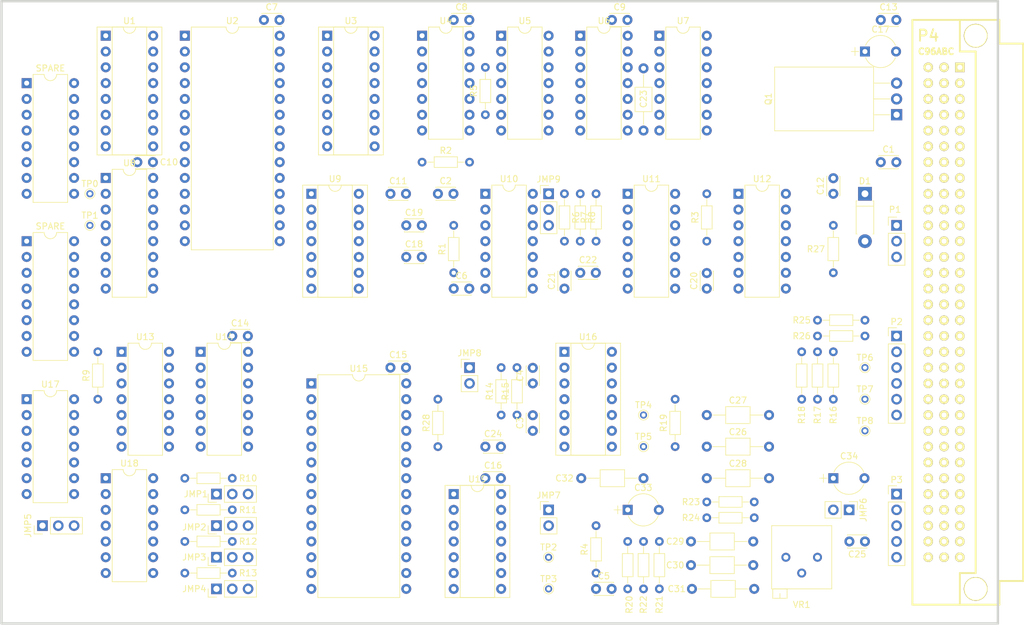
<source format=kicad_pcb>
(kicad_pcb (version 20170123) (host pcbnew "(2017-07-16 revision e797af331)-master")
  (layers (0 F.Cu signal) (31 B.Cu signal) (34 B.Paste user) (35 F.Paste user) (36 B.SilkS user) (37 F.SilkS user) (38 B.Mask user) (39 F.Mask user) (44 Edge.Cuts user))
  (net 0 "")
  (net 1 Vref)
  (net 2 +12V)
  (net 3 +5V)
  (net 4 "Net-(C18-Pad1)")
  (net 5 "Net-(C19-Pad1)")
  (net 6 "Net-(C20-Pad1)")
  (net 7 "Net-(C21-Pad1)")
  (net 8 "Net-(C22-Pad1)")
  (net 9 "Net-(C23-Pad1)")
  (net 10 "Net-(C24-Pad1)")
  (net 11 "Net-(C25-Pad1)")
  (net 12 RX_AUDIO)
  (net 13 "Net-(C26-Pad1)")
  (net 14 "Net-(C27-Pad1)")
  (net 15 "Net-(C27-Pad2)")
  (net 16 "Net-(C28-Pad1)")
  (net 17 "Net-(C29-Pad1)")
  (net 18 "Net-(C30-Pad1)")
  (net 19 "Net-(C31-Pad2)")
  (net 20 "Net-(C31-Pad1)")
  (net 21 "Net-(C32-Pad1)")
  (net 22 "Net-(C32-Pad2)")
  (net 23 "Net-(C33-Pad1)")
  (net 24 TX_AUDIO)
  (net 25 POWER)
  (net 26 "Net-(JMP1-Pad2)")
  (net 27 "Net-(JMP1-Pad1)")
  (net 28 "Net-(JMP2-Pad1)")
  (net 29 "Net-(JMP2-Pad2)")
  (net 30 "Net-(JMP3-Pad2)")
  (net 31 "Net-(JMP3-Pad1)")
  (net 32 "Net-(JMP4-Pad1)")
  (net 33 "Net-(JMP4-Pad2)")
  (net 34 "Net-(JMP5-Pad1)")
  (net 35 "Net-(JMP5-Pad2)")
  (net 36 "Net-(JMP7-Pad1)")
  (net 37 "Net-(JMP9-Pad3)")
  (net 38 DCD)
  (net 39 "Net-(JMP9-Pad1)")
  (net 40 RX_CLOCK)
  (net 41 RX_DATA)
  (net 42 TX_CLOCK)
  (net 43 TX_DATA)
  (net 44 "Net-(P3-Pad3)")
  (net 45 "Net-(P4-PadC32)")
  (net 46 "Net-(P4-PadC31)")
  (net 47 "Net-(P4-PadC30)")
  (net 48 "Net-(P4-PadC29)")
  (net 49 "Net-(P4-PadC28)")
  (net 50 "Net-(P4-PadC27)")
  (net 51 "Net-(P4-PadC26)")
  (net 52 "Net-(P4-PadC25)")
  (net 53 "Net-(P4-PadC24)")
  (net 54 "Net-(P4-PadC23)")
  (net 55 "Net-(P4-PadC22)")
  (net 56 "Net-(P4-PadC21)")
  (net 57 "Net-(P4-PadC20)")
  (net 58 "Net-(P4-PadC19)")
  (net 59 "Net-(P4-PadC18)")
  (net 60 "Net-(P4-PadC17)")
  (net 61 "Net-(P4-PadC16)")
  (net 62 "Net-(P4-PadC15)")
  (net 63 "Net-(P4-PadC14)")
  (net 64 "Net-(P4-PadC13)")
  (net 65 "Net-(P4-PadC12)")
  (net 66 "Net-(P4-PadC11)")
  (net 67 "Net-(P4-PadC10)")
  (net 68 "Net-(P4-PadC9)")
  (net 69 "Net-(P4-PadC8)")
  (net 70 "Net-(P4-PadC7)")
  (net 71 "Net-(P4-PadC6)")
  (net 72 "Net-(P4-PadC5)")
  (net 73 "Net-(P4-PadC4)")
  (net 74 "Net-(P4-PadC3)")
  (net 75 "Net-(P4-PadC2)")
  (net 76 "Net-(P4-PadC1)")
  (net 77 "Net-(P4-PadB32)")
  (net 78 "Net-(P4-PadB31)")
  (net 79 "Net-(P4-PadB30)")
  (net 80 "Net-(P4-PadB29)")
  (net 81 "Net-(P4-PadB28)")
  (net 82 "Net-(P4-PadB27)")
  (net 83 "Net-(P4-PadB26)")
  (net 84 "Net-(P4-PadB25)")
  (net 85 "Net-(P4-PadB24)")
  (net 86 "Net-(P4-PadB23)")
  (net 87 "Net-(P4-PadB22)")
  (net 88 "Net-(P4-PadB21)")
  (net 89 "Net-(P4-PadB20)")
  (net 90 "Net-(P4-PadB19)")
  (net 91 "Net-(P4-PadB18)")
  (net 92 "Net-(P4-PadB17)")
  (net 93 "Net-(P4-PadB16)")
  (net 94 "Net-(P4-PadB15)")
  (net 95 "Net-(P4-PadB14)")
  (net 96 "Net-(P4-PadB13)")
  (net 97 "Net-(P4-PadB12)")
  (net 98 "Net-(P4-PadB11)")
  (net 99 "Net-(P4-PadB10)")
  (net 100 "Net-(P4-PadB9)")
  (net 101 "Net-(P4-PadB8)")
  (net 102 "Net-(P4-PadB7)")
  (net 103 "Net-(P4-PadB6)")
  (net 104 "Net-(P4-PadB5)")
  (net 105 "Net-(P4-PadB4)")
  (net 106 "Net-(P4-PadB3)")
  (net 107 "Net-(P4-PadB2)")
  (net 108 "Net-(P4-PadB1)")
  (net 109 "Net-(P4-PadA1)")
  (net 110 "Net-(P4-PadA2)")
  (net 111 "Net-(P4-PadA32)")
  (net 112 "Net-(P4-PadA31)")
  (net 113 "Net-(P4-PadA30)")
  (net 114 "Net-(P4-PadA29)")
  (net 115 "Net-(P4-PadA28)")
  (net 116 "Net-(P4-PadA27)")
  (net 117 "Net-(P4-PadA26)")
  (net 118 "Net-(P4-PadA25)")
  (net 119 "Net-(P4-PadA24)")
  (net 120 "Net-(P4-PadA23)")
  (net 121 "Net-(P4-PadA22)")
  (net 122 "Net-(P4-PadA21)")
  (net 123 "Net-(P4-PadA20)")
  (net 124 "Net-(P4-PadA19)")
  (net 125 "Net-(P4-PadA18)")
  (net 126 "Net-(P4-PadA17)")
  (net 127 "Net-(P4-PadA16)")
  (net 128 "Net-(P4-PadA15)")
  (net 129 "Net-(P4-PadA14)")
  (net 130 "Net-(P4-PadA13)")
  (net 131 "Net-(P4-PadA12)")
  (net 132 "Net-(P4-PadA11)")
  (net 133 "Net-(P4-PadA10)")
  (net 134 "Net-(P4-PadA9)")
  (net 135 "Net-(P4-PadA8)")
  (net 136 "Net-(P4-PadA7)")
  (net 137 "Net-(P4-PadA6)")
  (net 138 "Net-(P4-PadA5)")
  (net 139 "Net-(P4-PadA4)")
  (net 140 "Net-(P4-PadA3)")
  (net 141 "Net-(R2-Pad2)")
  (net 142 "Net-(R4-Pad2)")
  (net 143 "Net-(R5-Pad1)")
  (net 144 "Net-(R6-Pad1)")
  (net 145 "Net-(R23-Pad1)")
  (net 146 "Net-(R25-Pad2)")
  (net 147 "Net-(R26-Pad1)")
  (net 148 "Net-(TP0-Pad1)")
  (net 149 "Net-(U1-Pad2)")
  (net 150 "Net-(U1-Pad11)")
  (net 151 "Net-(U1-Pad6)")
  (net 152 "Net-(U1-Pad14)")
  (net 153 "Net-(U1-Pad7)")
  (net 154 "Net-(U1-Pad15)")
  (net 155 "Net-(U2-Pad15)")
  (net 156 "Net-(U2-Pad16)")
  (net 157 "Net-(U2-Pad17)")
  (net 158 "Net-(U2-Pad18)")
  (net 159 "Net-(U2-Pad19)")
  (net 160 U2_A3)
  (net 161 "Net-(U2-Pad21)")
  (net 162 "Net-(U2-Pad8)")
  (net 163 "Net-(U2-Pad9)")
  (net 164 "Net-(U2-Pad23)")
  (net 165 "Net-(U2-Pad10)")
  (net 166 "Net-(U2-Pad24)")
  (net 167 "Net-(U2-Pad11)")
  (net 168 "Net-(U2-Pad25)")
  (net 169 "Net-(U2-Pad12)")
  (net 170 "Net-(U2-Pad13)")
  (net 171 "Net-(U3-Pad7)")
  (net 172 "Net-(U3-Pad10)")
  (net 173 "Net-(U4-Pad13)")
  (net 174 "Net-(U4-Pad6)")
  (net 175 "Net-(U4-Pad12)")
  (net 176 "Net-(U4-Pad5)")
  (net 177 "Net-(U4-Pad11)")
  (net 178 "Net-(U4-Pad4)")
  (net 179 "Net-(U4-Pad10)")
  (net 180 "Net-(U4-Pad3)")
  (net 181 "Net-(U5-Pad6)")
  (net 182 "Net-(U5-Pad12)")
  (net 183 "Net-(U12-Pad1)")
  (net 184 "Net-(U11-Pad10)")
  (net 185 "Net-(U5-Pad9)")
  (net 186 "Net-(U5-Pad8)")
  (net 187 "Net-(U6-Pad13)")
  (net 188 "Net-(U6-Pad10)")
  (net 189 "Net-(U11-Pad1)")
  (net 190 "Net-(U12-Pad13)")
  (net 191 "Net-(U7-Pad3)")
  (net 192 "Net-(U7-Pad10)")
  (net 193 "Net-(U7-Pad4)")
  (net 194 "Net-(U7-Pad11)")
  (net 195 "Net-(U7-Pad5)")
  (net 196 "Net-(U7-Pad12)")
  (net 197 "Net-(U11-Pad4)")
  (net 198 "Net-(U11-Pad6)")
  (net 199 "Net-(U12-Pad3)")
  (net 200 "Net-(U12-Pad10)")
  (net 201 "Net-(U12-Pad4)")
  (net 202 "Net-(U12-Pad11)")
  (net 203 "Net-(U12-Pad5)")
  (net 204 "Net-(U12-Pad12)")
  (net 205 "Net-(U12-Pad6)")
  (net 206 "Net-(U13-Pad5)")
  (net 207 "Net-(U13-Pad9)")
  (net 208 "Net-(U13-Pad3)")
  (net 209 "Net-(U13-Pad11)")
  (net 210 "Net-(U13-Pad6)")
  (net 211 "Net-(U14-Pad13)")
  (net 212 "Net-(U14-Pad6)")
  (net 213 "Net-(U14-Pad12)")
  (net 214 "Net-(U14-Pad5)")
  (net 215 "Net-(U14-Pad11)")
  (net 216 "Net-(U14-Pad4)")
  (net 217 "Net-(U14-Pad10)")
  (net 218 "Net-(U14-Pad3)")
  (net 219 "Net-(U15-Pad13)")
  (net 220 "Net-(U15-Pad12)")
  (net 221 "Net-(U15-Pad11)")
  (net 222 "Net-(U15-Pad10)")
  (net 223 "Net-(U15-Pad9)")
  (net 224 "Net-(U15-Pad19)")
  (net 225 "Net-(U15-Pad18)")
  (net 226 "Net-(U15-Pad17)")
  (net 227 "Net-(U15-Pad16)")
  (net 228 "Net-(U15-Pad15)")
  (net 229 "Net-(U17-Pad6)")
  (net 230 "Net-(U17-Pad12)")
  (net 231 "Net-(U17-Pad3)")
  (net 232 "Net-(U17-Pad8)")
  (net 233 "Net-(U18-Pad10)")
  (net 234 "Net-(U18-Pad11)")
  (net 235 "Net-(U18-Pad12)")
  (net 236 GND)
  (net 237 "Net-(JMP8-Pad1)")
  (module Capacitors_THT:C_Disc_D3.0mm_W2.0mm_P2.50mm (layer F.Cu) (at 214.31 69.19)
    (fp_text reference C1 (at 1.25 -2.06) (layer F.SilkS))
    (fp_text value .1uF)
    (pad 2 thru_hole circle (at 2.5 0) (size 1.6 1.6) (drill 0.8) (layers *.Cu *.Mask) (net 236 GND))
    (pad 1 thru_hole circle (at 0 0) (size 1.6 1.6) (drill 0.8) (layers *.Cu *.Mask) (net 2 +12V))
  )
  (module Capacitors_THT:C_Disc_D3.0mm_W2.0mm_P2.50mm (layer F.Cu) (at 143.19 74.27)
    (fp_text reference C2 (at 1.25 -2.06) (layer F.SilkS))
    (fp_text value .1uF)
    (pad 1 thru_hole circle (at 0 0) (size 1.6 1.6) (drill 0.8) (layers *.Cu *.Mask) (net 2 +12V))
    (pad 2 thru_hole circle (at 2.5 0) (size 1.6 1.6) (drill 0.8) (layers *.Cu *.Mask) (net 236 GND))
  )
  (module Capacitors_THT:C_Disc_D3.0mm_W2.0mm_P2.50mm (layer F.Cu) (at 158.43 112.37 90)
    (fp_text reference C3 (at 1.25 -2.06 90) (layer F.SilkS))
    (fp_text value .1uF)
    (pad 2 thru_hole circle (at 2.5 0 90) (size 1.6 1.6) (drill 0.8) (layers *.Cu *.Mask) (net 236 GND))
    (pad 1 thru_hole circle (at 0 0 90) (size 1.6 1.6) (drill 0.8) (layers *.Cu *.Mask) (net 2 +12V))
  )
  (module Capacitors_THT:C_Disc_D3.0mm_W2.0mm_P2.50mm (layer F.Cu) (at 158.43 104.75 90)
    (fp_text reference C4 (at 1.25 -2.06 90) (layer F.SilkS))
    (fp_text value .1uF)
    (pad 2 thru_hole circle (at 2.5 0 90) (size 1.6 1.6) (drill 0.8) (layers *.Cu *.Mask) (net 236 GND))
    (pad 1 thru_hole circle (at 0 0 90) (size 1.6 1.6) (drill 0.8) (layers *.Cu *.Mask) (net 1 Vref))
  )
  (module Capacitors_THT:C_Disc_D3.0mm_W2.0mm_P2.50mm (layer F.Cu) (at 168.59 137.77)
    (fp_text reference C5 (at 1.25 -2.06) (layer F.SilkS))
    (fp_text value .1uF)
    (pad 1 thru_hole circle (at 0 0) (size 1.6 1.6) (drill 0.8) (layers *.Cu *.Mask) (net 1 Vref))
    (pad 2 thru_hole circle (at 2.5 0) (size 1.6 1.6) (drill 0.8) (layers *.Cu *.Mask) (net 236 GND))
  )
  (module Capacitors_THT:C_Disc_D3.0mm_W2.0mm_P2.50mm (layer F.Cu) (at 145.73 89.51)
    (fp_text reference C6 (at 1.25 -2.06) (layer F.SilkS))
    (fp_text value .1uF)
    (pad 2 thru_hole circle (at 2.5 0) (size 1.6 1.6) (drill 0.8) (layers *.Cu *.Mask) (net 236 GND))
    (pad 1 thru_hole circle (at 0 0) (size 1.6 1.6) (drill 0.8) (layers *.Cu *.Mask) (net 1 Vref))
  )
  (module Capacitors_THT:C_Disc_D3.0mm_W2.0mm_P2.50mm (layer F.Cu) (at 115.25 46.33)
    (fp_text reference C7 (at 1.25 -2.06) (layer F.SilkS))
    (fp_text value .1uF)
    (pad 1 thru_hole circle (at 0 0) (size 1.6 1.6) (drill 0.8) (layers *.Cu *.Mask) (net 3 +5V))
    (pad 2 thru_hole circle (at 2.5 0) (size 1.6 1.6) (drill 0.8) (layers *.Cu *.Mask) (net 236 GND))
  )
  (module Capacitors_THT:C_Disc_D3.0mm_W2.0mm_P2.50mm (layer F.Cu) (at 145.73 46.33)
    (fp_text reference C8 (at 1.25 -2.06) (layer F.SilkS))
    (fp_text value .1uF)
    (pad 2 thru_hole circle (at 2.5 0) (size 1.6 1.6) (drill 0.8) (layers *.Cu *.Mask) (net 236 GND))
    (pad 1 thru_hole circle (at 0 0) (size 1.6 1.6) (drill 0.8) (layers *.Cu *.Mask) (net 3 +5V))
  )
  (module Capacitors_THT:C_Disc_D3.0mm_W2.0mm_P2.50mm (layer F.Cu) (at 171.13 46.33)
    (fp_text reference C9 (at 1.25 -2.06) (layer F.SilkS))
    (fp_text value .1uF)
    (pad 1 thru_hole circle (at 0 0) (size 1.6 1.6) (drill 0.8) (layers *.Cu *.Mask) (net 3 +5V))
    (pad 2 thru_hole circle (at 2.5 0) (size 1.6 1.6) (drill 0.8) (layers *.Cu *.Mask) (net 236 GND))
  )
  (module Capacitors_THT:C_Disc_D3.0mm_W2.0mm_P2.50mm (layer F.Cu) (at 94.93 69.19)
    (fp_text reference C10 (at 5.08 0) (layer F.SilkS))
    (fp_text value .1uF)
    (pad 1 thru_hole circle (at 0 0) (size 1.6 1.6) (drill 0.8) (layers *.Cu *.Mask) (net 3 +5V))
    (pad 2 thru_hole circle (at 2.5 0) (size 1.6 1.6) (drill 0.8) (layers *.Cu *.Mask) (net 236 GND))
  )
  (module Capacitors_THT:C_Disc_D3.0mm_W2.0mm_P2.50mm (layer F.Cu) (at 135.57 74.27)
    (fp_text reference C11 (at 1.25 -2.06) (layer F.SilkS))
    (fp_text value .1uF)
    (pad 2 thru_hole circle (at 2.5 0) (size 1.6 1.6) (drill 0.8) (layers *.Cu *.Mask) (net 236 GND))
    (pad 1 thru_hole circle (at 0 0) (size 1.6 1.6) (drill 0.8) (layers *.Cu *.Mask) (net 3 +5V))
  )
  (module Capacitors_THT:C_Disc_D3.0mm_W2.0mm_P2.50mm (layer F.Cu) (at 206.69 74.27 90)
    (fp_text reference C12 (at 1.25 -2.06 90) (layer F.SilkS))
    (fp_text value .1uF)
    (pad 1 thru_hole circle (at 0 0 90) (size 1.6 1.6) (drill 0.8) (layers *.Cu *.Mask) (net 3 +5V))
    (pad 2 thru_hole circle (at 2.5 0 90) (size 1.6 1.6) (drill 0.8) (layers *.Cu *.Mask) (net 236 GND))
  )
  (module Capacitors_THT:C_Disc_D3.0mm_W2.0mm_P2.50mm (layer F.Cu) (at 214.31 46.33)
    (fp_text reference C13 (at 1.25 -2.06) (layer F.SilkS))
    (fp_text value .1uF)
    (pad 2 thru_hole circle (at 2.5 0) (size 1.6 1.6) (drill 0.8) (layers *.Cu *.Mask) (net 236 GND))
    (pad 1 thru_hole circle (at 0 0) (size 1.6 1.6) (drill 0.8) (layers *.Cu *.Mask) (net 3 +5V))
  )
  (module Capacitors_THT:C_Disc_D3.0mm_W2.0mm_P2.50mm (layer F.Cu) (at 110.17 97.13)
    (fp_text reference C14 (at 1.25 -2.06) (layer F.SilkS))
    (fp_text value .1uF)
    (pad 1 thru_hole circle (at 0 0) (size 1.6 1.6) (drill 0.8) (layers *.Cu *.Mask) (net 3 +5V))
    (pad 2 thru_hole circle (at 2.5 0) (size 1.6 1.6) (drill 0.8) (layers *.Cu *.Mask) (net 236 GND))
  )
  (module Capacitors_THT:C_Disc_D3.0mm_W2.0mm_P2.50mm (layer F.Cu) (at 135.57 102.21)
    (fp_text reference C15 (at 1.25 -2.06) (layer F.SilkS))
    (fp_text value .1uF)
    (pad 2 thru_hole circle (at 2.5 0) (size 1.6 1.6) (drill 0.8) (layers *.Cu *.Mask) (net 236 GND))
    (pad 1 thru_hole circle (at 0 0) (size 1.6 1.6) (drill 0.8) (layers *.Cu *.Mask) (net 3 +5V))
  )
  (module Capacitors_THT:C_Disc_D3.0mm_W2.0mm_P2.50mm (layer F.Cu) (at 150.81 119.99)
    (fp_text reference C16 (at 1.25 -2.06) (layer F.SilkS))
    (fp_text value .1uF)
    (pad 1 thru_hole circle (at 0 0) (size 1.6 1.6) (drill 0.8) (layers *.Cu *.Mask) (net 3 +5V))
    (pad 2 thru_hole circle (at 2.5 0) (size 1.6 1.6) (drill 0.8) (layers *.Cu *.Mask) (net 236 GND))
  )
  (module Capacitors_THT:CP_Radial_Tantal_D5.0mm_P5.00mm (layer F.Cu) (at 211.77 51.41)
    (fp_text reference C17 (at 2.5 -3.56) (layer F.SilkS))
    (fp_text value 10uF)
    (pad 2 thru_hole circle (at 5 0) (size 1.6 1.6) (drill 0.8) (layers *.Cu *.Mask) (net 236 GND))
    (pad 1 thru_hole rect (at 0 0) (size 1.6 1.6) (drill 0.8) (layers *.Cu *.Mask) (net 3 +5V))
  )
  (module Capacitors_THT:C_Axial_L3.8mm_D2.6mm_P10.00mm_Horizontal (layer F.Cu) (at 176.21 64.11 90)
    (fp_text reference C23 (at 5.08 0 90) (layer F.SilkS))
    (fp_text value .001uF)
    (pad 1 thru_hole circle (at 0 0 90) (size 1.6 1.6) (drill 0.8) (layers *.Cu *.Mask) (net 9 "Net-(C23-Pad1)"))
    (pad 2 thru_hole oval (at 10 0 90) (size 1.6 1.6) (drill 0.8) (layers *.Cu *.Mask) (net 236 GND))
  )
  (module Capacitors_THT:C_Disc_D3.0mm_W2.0mm_P2.50mm (layer F.Cu) (at 150.81 114.91)
    (fp_text reference C24 (at 1.25 -2.06) (layer F.SilkS))
    (fp_text value .1uF)
    (pad 2 thru_hole circle (at 2.5 0) (size 1.6 1.6) (drill 0.8) (layers *.Cu *.Mask) (net 236 GND))
    (pad 1 thru_hole circle (at 0 0) (size 1.6 1.6) (drill 0.8) (layers *.Cu *.Mask) (net 10 "Net-(C24-Pad1)"))
  )
  (module Capacitors_THT:C_Disc_D3.0mm_W2.0mm_P2.50mm (layer F.Cu) (at 211.77 130.15 180)
    (fp_text reference C25 (at 1.25 -2.06 180) (layer F.SilkS))
    (fp_text value .1uF)
    (pad 1 thru_hole circle (at 0 0 180) (size 1.6 1.6) (drill 0.8) (layers *.Cu *.Mask) (net 11 "Net-(C25-Pad1)"))
    (pad 2 thru_hole circle (at 2.5 0 180) (size 1.6 1.6) (drill 0.8) (layers *.Cu *.Mask) (net 12 RX_AUDIO))
  )
  (module Capacitors_THT:C_Axial_L3.8mm_D2.6mm_P10.00mm_Horizontal (layer F.Cu) (at 186.37 109.83)
    (fp_text reference C27 (at 5 -2.36) (layer F.SilkS))
    (fp_text value .001uF)
    (pad 1 thru_hole circle (at 0 0) (size 1.6 1.6) (drill 0.8) (layers *.Cu *.Mask) (net 14 "Net-(C27-Pad1)"))
    (pad 2 thru_hole oval (at 10 0) (size 1.6 1.6) (drill 0.8) (layers *.Cu *.Mask) (net 15 "Net-(C27-Pad2)"))
  )
  (module Capacitors_THT:CP_Radial_Tantal_D5.0mm_P5.00mm (layer F.Cu) (at 173.67 125.07)
    (fp_text reference C33 (at 2.5 -3.56) (layer F.SilkS))
    (fp_text value 10uF)
    (pad 1 thru_hole rect (at 0 0) (size 1.6 1.6) (drill 0.8) (layers *.Cu *.Mask) (net 23 "Net-(C33-Pad1)"))
    (pad 2 thru_hole circle (at 5 0) (size 1.6 1.6) (drill 0.8) (layers *.Cu *.Mask) (net 17 "Net-(C29-Pad1)"))
  )
  (module Capacitors_THT:CP_Radial_Tantal_D5.0mm_P5.00mm (layer F.Cu) (at 206.69 119.99)
    (fp_text reference C34 (at 2.54 -3.556) (layer F.SilkS))
    (fp_text value 10uF)
    (pad 2 thru_hole circle (at 5 0) (size 1.6 1.6) (drill 0.8) (layers *.Cu *.Mask) (net 24 TX_AUDIO))
    (pad 1 thru_hole rect (at 0 0) (size 1.6 1.6) (drill 0.8) (layers *.Cu *.Mask) (net 21 "Net-(C32-Pad1)"))
  )
  (module Diodes_THT:D_DO-41_SOD81_P7.62mm_Horizontal (layer F.Cu) (at 211.77 74.27 270)
    (fp_text reference D1 (at -2.032 0) (layer F.SilkS))
    (fp_text value 1N4001)
    (pad 2 thru_hole oval (at 7.62 0 270) (size 2.2 2.2) (drill 1.1) (layers *.Cu *.Mask) (net 25 POWER))
    (pad 1 thru_hole rect (at 0 0 270) (size 2.2 2.2) (drill 1.1) (layers *.Cu *.Mask) (net 2 +12V))
  )
  (module Pin_Headers:Pin_Header_Straight_1x03_Pitch2.54mm (layer F.Cu) (at 107.63 122.53 90)
    (fp_text reference JMP1 (at 0 -3.302 180) (layer F.SilkS))
    (fp_text value CONN_01X03)
    (pad 3 thru_hole oval (at 0 5.08 90) (size 1.7 1.7) (drill 1) (layers *.Cu *.Mask) (net 236 GND))
    (pad 2 thru_hole oval (at 0 2.54 90) (size 1.7 1.7) (drill 1) (layers *.Cu *.Mask) (net 26 "Net-(JMP1-Pad2)"))
    (pad 1 thru_hole rect (at 0 0 90) (size 1.7 1.7) (drill 1) (layers *.Cu *.Mask) (net 27 "Net-(JMP1-Pad1)"))
  )
  (module Pin_Headers:Pin_Header_Straight_1x03_Pitch2.54mm (layer F.Cu) (at 107.63 127.61 90)
    (fp_text reference JMP2 (at -0.254 -3.556 180) (layer F.SilkS))
    (fp_text value CONN_01X03)
    (pad 1 thru_hole rect (at 0 0 90) (size 1.7 1.7) (drill 1) (layers *.Cu *.Mask) (net 28 "Net-(JMP2-Pad1)"))
    (pad 2 thru_hole oval (at 0 2.54 90) (size 1.7 1.7) (drill 1) (layers *.Cu *.Mask) (net 29 "Net-(JMP2-Pad2)"))
    (pad 3 thru_hole oval (at 0 5.08 90) (size 1.7 1.7) (drill 1) (layers *.Cu *.Mask) (net 236 GND))
  )
  (module Pin_Headers:Pin_Header_Straight_1x03_Pitch2.54mm (layer F.Cu) (at 107.63 132.69 90)
    (fp_text reference JMP3 (at 0 -3.556 180) (layer F.SilkS))
    (fp_text value CONN_01X03)
    (pad 3 thru_hole oval (at 0 5.08 90) (size 1.7 1.7) (drill 1) (layers *.Cu *.Mask) (net 236 GND))
    (pad 2 thru_hole oval (at 0 2.54 90) (size 1.7 1.7) (drill 1) (layers *.Cu *.Mask) (net 30 "Net-(JMP3-Pad2)"))
    (pad 1 thru_hole rect (at 0 0 90) (size 1.7 1.7) (drill 1) (layers *.Cu *.Mask) (net 31 "Net-(JMP3-Pad1)"))
  )
  (module Pin_Headers:Pin_Header_Straight_1x03_Pitch2.54mm (layer F.Cu) (at 107.63 137.77 90)
    (fp_text reference JMP4 (at 0 -3.556 180) (layer F.SilkS))
    (fp_text value CONN_01X03)
    (pad 1 thru_hole rect (at 0 0 90) (size 1.7 1.7) (drill 1) (layers *.Cu *.Mask) (net 32 "Net-(JMP4-Pad1)"))
    (pad 2 thru_hole oval (at 0 2.54 90) (size 1.7 1.7) (drill 1) (layers *.Cu *.Mask) (net 33 "Net-(JMP4-Pad2)"))
    (pad 3 thru_hole oval (at 0 5.08 90) (size 1.7 1.7) (drill 1) (layers *.Cu *.Mask) (net 236 GND))
  )
  (module Pin_Headers:Pin_Header_Straight_1x03_Pitch2.54mm (layer F.Cu) (at 79.69 127.61 90)
    (fp_text reference JMP5 (at 0 -2.33 90) (layer F.SilkS))
    (fp_text value CONN_01X03)
    (pad 1 thru_hole rect (at 0 0 90) (size 1.7 1.7) (drill 1) (layers *.Cu *.Mask) (net 34 "Net-(JMP5-Pad1)"))
    (pad 2 thru_hole oval (at 0 2.54 90) (size 1.7 1.7) (drill 1) (layers *.Cu *.Mask) (net 35 "Net-(JMP5-Pad2)"))
    (pad 3 thru_hole oval (at 0 5.08 90) (size 1.7 1.7) (drill 1) (layers *.Cu *.Mask) (net 236 GND))
  )
  (module Pin_Headers:Pin_Header_Straight_1x02_Pitch2.54mm (layer F.Cu) (at 209.23 125.07 270)
    (fp_text reference JMP6 (at 0 -2.286 270) (layer F.SilkS))
    (fp_text value CONN_01X02)
    (pad 1 thru_hole rect (at 0 0 270) (size 1.7 1.7) (drill 1) (layers *.Cu *.Mask) (net 3 +5V))
    (pad 2 thru_hole oval (at 0 2.54 270) (size 1.7 1.7) (drill 1) (layers *.Cu *.Mask) (net 21 "Net-(C32-Pad1)"))
  )
  (module Pin_Headers:Pin_Header_Straight_1x02_Pitch2.54mm (layer F.Cu) (at 160.97 125.07)
    (fp_text reference JMP7 (at 0 -2.33) (layer F.SilkS))
    (fp_text value CONN_01X02)
    (pad 2 thru_hole oval (at 0 2.54) (size 1.7 1.7) (drill 1) (layers *.Cu *.Mask) (net 17 "Net-(C29-Pad1)"))
    (pad 1 thru_hole rect (at 0 0) (size 1.7 1.7) (drill 1) (layers *.Cu *.Mask) (net 36 "Net-(JMP7-Pad1)"))
  )
  (module Pin_Headers:Pin_Header_Straight_1x03_Pitch2.54mm (layer F.Cu) (at 160.97 74.27)
    (fp_text reference JMP9 (at 0 -2.33) (layer F.SilkS))
    (fp_text value CONN_01X03)
    (pad 3 thru_hole oval (at 0 5.08) (size 1.7 1.7) (drill 1) (layers *.Cu *.Mask) (net 37 "Net-(JMP9-Pad3)"))
    (pad 2 thru_hole oval (at 0 2.54) (size 1.7 1.7) (drill 1) (layers *.Cu *.Mask) (net 38 DCD))
    (pad 1 thru_hole rect (at 0 0) (size 1.7 1.7) (drill 1) (layers *.Cu *.Mask) (net 39 "Net-(JMP9-Pad1)"))
  )
  (module Pin_Headers:Pin_Header_Straight_1x03_Pitch2.54mm (layer F.Cu) (at 216.85 79.35)
    (fp_text reference P1 (at -0.254 -2.54) (layer F.SilkS))
    (fp_text value CONN_01X03)
    (pad 3 thru_hole oval (at 0 5.08) (size 1.7 1.7) (drill 1) (layers *.Cu *.Mask) (net 236 GND))
    (pad 2 thru_hole oval (at 0 2.54) (size 1.7 1.7) (drill 1) (layers *.Cu *.Mask) (net 25 POWER))
    (pad 1 thru_hole rect (at 0 0) (size 1.7 1.7) (drill 1) (layers *.Cu *.Mask) (net 236 GND))
  )
  (module Pin_Headers:Pin_Header_Straight_1x06_Pitch2.54mm (layer F.Cu) (at 216.85 97.13)
    (fp_text reference P2 (at 0 -2.286) (layer F.SilkS))
    (fp_text value CONN_01X06)
    (pad 6 thru_hole oval (at 0 12.7) (size 1.7 1.7) (drill 1) (layers *.Cu *.Mask) (net 40 RX_CLOCK))
    (pad 5 thru_hole oval (at 0 10.16) (size 1.7 1.7) (drill 1) (layers *.Cu *.Mask) (net 38 DCD))
    (pad 4 thru_hole oval (at 0 7.62) (size 1.7 1.7) (drill 1) (layers *.Cu *.Mask) (net 41 RX_DATA))
    (pad 3 thru_hole oval (at 0 5.08) (size 1.7 1.7) (drill 1) (layers *.Cu *.Mask) (net 42 TX_CLOCK))
    (pad 2 thru_hole oval (at 0 2.54) (size 1.7 1.7) (drill 1) (layers *.Cu *.Mask) (net 236 GND))
    (pad 1 thru_hole rect (at 0 0) (size 1.7 1.7) (drill 1) (layers *.Cu *.Mask) (net 43 TX_DATA))
  )
  (module Pin_Headers:Pin_Header_Straight_1x05_Pitch2.54mm (layer F.Cu) (at 216.85 122.53)
    (fp_text reference P3 (at 0 -2.286) (layer F.SilkS))
    (fp_text value CONN_01X05)
    (pad 5 thru_hole oval (at 0 10.16) (size 1.7 1.7) (drill 1) (layers *.Cu *.Mask) (net 236 GND))
    (pad 4 thru_hole oval (at 0 7.62) (size 1.7 1.7) (drill 1) (layers *.Cu *.Mask) (net 12 RX_AUDIO))
    (pad 3 thru_hole oval (at 0 5.08) (size 1.7 1.7) (drill 1) (layers *.Cu *.Mask) (net 44 "Net-(P3-Pad3)"))
    (pad 2 thru_hole oval (at 0 2.54) (size 1.7 1.7) (drill 1) (layers *.Cu *.Mask) (net 236 GND))
    (pad 1 thru_hole rect (at 0 0) (size 1.7 1.7) (drill 1) (layers *.Cu *.Mask) (net 24 TX_AUDIO))
  )
  (module TO_SOT_Packages_THT:TO-220_Horizontal (layer F.Cu) (at 216.85 61.57 90)
    (fp_text reference Q1 (at 2.54 -20.58 90) (layer F.SilkS))
    (fp_text value LM7805_TO220)
    (pad 3 thru_hole oval (at 5.08 0 90) (size 1.8 1.8) (drill 1) (layers *.Cu *.Mask) (net 3 +5V))
    (pad 2 thru_hole oval (at 2.54 0 90) (size 1.8 1.8) (drill 1) (layers *.Cu *.Mask) (net 236 GND))
    (pad 1 thru_hole rect (at 0 0 90) (size 1.8 1.8) (drill 1) (layers *.Cu *.Mask) (net 2 +12V))
    (pad 0 np_thru_hole oval (at 2.54 -16.66 90) (size 3.5 3.5) (drill 3.5) (layers *.Cu *.Mask))
  )
  (module Resistors_THT:R_Axial_DIN0204_L3.6mm_D1.6mm_P7.62mm_Horizontal (layer F.Cu) (at 145.73 86.97 90)
    (fp_text reference R1 (at 3.81 -1.86 90) (layer F.SilkS))
    (fp_text value 100K)
    (pad 2 thru_hole oval (at 7.62 0 90) (size 1.4 1.4) (drill 0.7) (layers *.Cu *.Mask) (net 1 Vref))
    (pad 1 thru_hole circle (at 0 0 90) (size 1.4 1.4) (drill 0.7) (layers *.Cu *.Mask) (net 5 "Net-(C19-Pad1)"))
  )
  (module Resistors_THT:R_Axial_DIN0204_L3.6mm_D1.6mm_P7.62mm_Horizontal (layer F.Cu) (at 140.65 69.19)
    (fp_text reference R2 (at 3.81 -1.86) (layer F.SilkS))
    (fp_text value 47K)
    (pad 2 thru_hole oval (at 7.62 0) (size 1.4 1.4) (drill 0.7) (layers *.Cu *.Mask) (net 141 "Net-(R2-Pad2)"))
    (pad 1 thru_hole circle (at 0 0) (size 1.4 1.4) (drill 0.7) (layers *.Cu *.Mask) (net 3 +5V))
  )
  (module Resistors_THT:R_Axial_DIN0204_L3.6mm_D1.6mm_P7.62mm_Horizontal (layer F.Cu) (at 186.37 81.89 90)
    (fp_text reference R3 (at 3.81 -1.86 90) (layer F.SilkS))
    (fp_text value 18K)
    (pad 1 thru_hole circle (at 0 0 90) (size 1.4 1.4) (drill 0.7) (layers *.Cu *.Mask) (net 6 "Net-(C20-Pad1)"))
    (pad 2 thru_hole oval (at 7.62 0 90) (size 1.4 1.4) (drill 0.7) (layers *.Cu *.Mask) (net 141 "Net-(R2-Pad2)"))
  )
  (module Resistors_THT:R_Axial_DIN0204_L3.6mm_D1.6mm_P7.62mm_Horizontal (layer F.Cu) (at 168.59 135.23 90)
    (fp_text reference R4 (at 3.81 -1.86 90) (layer F.SilkS))
    (fp_text value 10K)
    (pad 1 thru_hole circle (at 0 0 90) (size 1.4 1.4) (drill 0.7) (layers *.Cu *.Mask) (net 17 "Net-(C29-Pad1)"))
    (pad 2 thru_hole oval (at 7.62 0 90) (size 1.4 1.4) (drill 0.7) (layers *.Cu *.Mask) (net 142 "Net-(R4-Pad2)"))
  )
  (module Resistors_THT:R_Axial_DIN0204_L3.6mm_D1.6mm_P7.62mm_Horizontal (layer F.Cu) (at 150.81 61.57 90)
    (fp_text reference R5 (at 3.81 -1.86 90) (layer F.SilkS))
    (fp_text value 4K7)
    (pad 1 thru_hole circle (at 0 0 90) (size 1.4 1.4) (drill 0.7) (layers *.Cu *.Mask) (net 143 "Net-(R5-Pad1)"))
    (pad 2 thru_hole oval (at 7.62 0 90) (size 1.4 1.4) (drill 0.7) (layers *.Cu *.Mask) (net 3 +5V))
  )
  (module Resistors_THT:R_Axial_DIN0204_L3.6mm_D1.6mm_P7.62mm_Horizontal (layer F.Cu) (at 163.51 74.27 270)
    (fp_text reference R6 (at 3.81 -1.86 270) (layer F.SilkS))
    (fp_text value 100K)
    (pad 1 thru_hole circle (at 0 0 270) (size 1.4 1.4) (drill 0.7) (layers *.Cu *.Mask) (net 144 "Net-(R6-Pad1)"))
    (pad 2 thru_hole oval (at 7.62 0 270) (size 1.4 1.4) (drill 0.7) (layers *.Cu *.Mask) (net 7 "Net-(C21-Pad1)"))
  )
  (module Resistors_THT:R_Axial_DIN0204_L3.6mm_D1.6mm_P7.62mm_Horizontal (layer F.Cu) (at 168.59 81.89 90)
    (fp_text reference R7 (at 3.81 -1.86 90) (layer F.SilkS))
    (fp_text value 33K)
    (pad 2 thru_hole oval (at 7.62 0 90) (size 1.4 1.4) (drill 0.7) (layers *.Cu *.Mask) (net 8 "Net-(C22-Pad1)"))
    (pad 1 thru_hole circle (at 0 0 90) (size 1.4 1.4) (drill 0.7) (layers *.Cu *.Mask) (net 3 +5V))
  )
  (module Resistors_THT:R_Axial_DIN0204_L3.6mm_D1.6mm_P7.62mm_Horizontal (layer F.Cu) (at 166.05 74.27 270)
    (fp_text reference R8 (at 3.81 -1.86 270) (layer F.SilkS))
    (fp_text value 47K)
    (pad 2 thru_hole oval (at 7.62 0 270) (size 1.4 1.4) (drill 0.7) (layers *.Cu *.Mask) (net 236 GND))
    (pad 1 thru_hole circle (at 0 0 270) (size 1.4 1.4) (drill 0.7) (layers *.Cu *.Mask) (net 8 "Net-(C22-Pad1)"))
  )
  (module Resistors_THT:R_Axial_DIN0204_L3.6mm_D1.6mm_P7.62mm_Horizontal (layer F.Cu) (at 88.58 107.29 90)
    (fp_text reference R9 (at 3.81 -1.86 90) (layer F.SilkS))
    (fp_text value 10K)
    (pad 1 thru_hole circle (at 0 0 90) (size 1.4 1.4) (drill 0.7) (layers *.Cu *.Mask) (net 35 "Net-(JMP5-Pad2)"))
    (pad 2 thru_hole oval (at 7.62 0 90) (size 1.4 1.4) (drill 0.7) (layers *.Cu *.Mask) (net 3 +5V))
  )
  (module Resistors_THT:R_Axial_DIN0204_L3.6mm_D1.6mm_P7.62mm_Horizontal (layer F.Cu) (at 102.55 119.99)
    (fp_text reference R10 (at 10.16 0) (layer F.SilkS))
    (fp_text value 10K)
    (pad 2 thru_hole oval (at 7.62 0) (size 1.4 1.4) (drill 0.7) (layers *.Cu *.Mask) (net 3 +5V))
    (pad 1 thru_hole circle (at 0 0) (size 1.4 1.4) (drill 0.7) (layers *.Cu *.Mask) (net 26 "Net-(JMP1-Pad2)"))
  )
  (module Resistors_THT:R_Axial_DIN0204_L3.6mm_D1.6mm_P7.62mm_Horizontal (layer F.Cu) (at 102.55 125.07)
    (fp_text reference R11 (at 10.16 0) (layer F.SilkS))
    (fp_text value 10K)
    (pad 2 thru_hole oval (at 7.62 0) (size 1.4 1.4) (drill 0.7) (layers *.Cu *.Mask) (net 3 +5V))
    (pad 1 thru_hole circle (at 0 0) (size 1.4 1.4) (drill 0.7) (layers *.Cu *.Mask) (net 29 "Net-(JMP2-Pad2)"))
  )
  (module Resistors_THT:R_Axial_DIN0204_L3.6mm_D1.6mm_P7.62mm_Horizontal (layer F.Cu) (at 102.55 130.15)
    (fp_text reference R12 (at 10.16 0) (layer F.SilkS))
    (fp_text value 10K)
    (pad 1 thru_hole circle (at 0 0) (size 1.4 1.4) (drill 0.7) (layers *.Cu *.Mask) (net 30 "Net-(JMP3-Pad2)"))
    (pad 2 thru_hole oval (at 7.62 0) (size 1.4 1.4) (drill 0.7) (layers *.Cu *.Mask) (net 3 +5V))
  )
  (module Resistors_THT:R_Axial_DIN0204_L3.6mm_D1.6mm_P7.62mm_Horizontal (layer F.Cu) (at 102.55 135.23)
    (fp_text reference R13 (at 10.16 0) (layer F.SilkS))
    (fp_text value 10K)
    (pad 1 thru_hole circle (at 0 0) (size 1.4 1.4) (drill 0.7) (layers *.Cu *.Mask) (net 33 "Net-(JMP4-Pad2)"))
    (pad 2 thru_hole oval (at 7.62 0) (size 1.4 1.4) (drill 0.7) (layers *.Cu *.Mask) (net 3 +5V))
  )
  (module Resistors_THT:R_Axial_DIN0204_L3.6mm_D1.6mm_P7.62mm_Horizontal (layer F.Cu) (at 153.35 109.83 90)
    (fp_text reference R14 (at 3.81 -1.86 90) (layer F.SilkS))
    (fp_text value 100)
    (pad 2 thru_hole oval (at 7.62 0 90) (size 1.4 1.4) (drill 0.7) (layers *.Cu *.Mask) (net 2 +12V))
    (pad 1 thru_hole circle (at 0 0 90) (size 1.4 1.4) (drill 0.7) (layers *.Cu *.Mask) (net 10 "Net-(C24-Pad1)"))
  )
  (module Resistors_THT:R_Axial_DIN0204_L3.6mm_D1.6mm_P7.62mm_Horizontal (layer F.Cu) (at 155.89 109.83 90)
    (fp_text reference R15 (at 3.81 -1.86 90) (layer F.SilkS))
    (fp_text value 100)
    (pad 1 thru_hole circle (at 0 0 90) (size 1.4 1.4) (drill 0.7) (layers *.Cu *.Mask) (net 236 GND))
    (pad 2 thru_hole oval (at 7.62 0 90) (size 1.4 1.4) (drill 0.7) (layers *.Cu *.Mask) (net 10 "Net-(C24-Pad1)"))
  )
  (module Resistors_THT:R_Axial_DIN0204_L3.6mm_D1.6mm_P7.62mm_Horizontal (layer F.Cu) (at 206.69 107.29 90)
    (fp_text reference R16 (at -2.54 0 90) (layer F.SilkS))
    (fp_text value 100K)
    (pad 2 thru_hole oval (at 7.62 0 90) (size 1.4 1.4) (drill 0.7) (layers *.Cu *.Mask) (net 1 Vref))
    (pad 1 thru_hole circle (at 0 0 90) (size 1.4 1.4) (drill 0.7) (layers *.Cu *.Mask) (net 11 "Net-(C25-Pad1)"))
  )
  (module Resistors_THT:R_Axial_DIN0204_L3.6mm_D1.6mm_P7.62mm_Horizontal (layer F.Cu) (at 204.15 107.29 90)
    (fp_text reference R17 (at -2.54 0 90) (layer F.SilkS))
    (fp_text value 82K)
    (pad 2 thru_hole oval (at 7.62 0 90) (size 1.4 1.4) (drill 0.7) (layers *.Cu *.Mask) (net 11 "Net-(C25-Pad1)"))
    (pad 1 thru_hole circle (at 0 0 90) (size 1.4 1.4) (drill 0.7) (layers *.Cu *.Mask) (net 14 "Net-(C27-Pad1)"))
  )
  (module Resistors_THT:R_Axial_DIN0204_L3.6mm_D1.6mm_P7.62mm_Horizontal (layer F.Cu) (at 201.61 107.29 90)
    (fp_text reference R18 (at -2.54 0 90) (layer F.SilkS))
    (fp_text value 39K)
    (pad 2 thru_hole oval (at 7.62 0 90) (size 1.4 1.4) (drill 0.7) (layers *.Cu *.Mask) (net 14 "Net-(C27-Pad1)"))
    (pad 1 thru_hole circle (at 0 0 90) (size 1.4 1.4) (drill 0.7) (layers *.Cu *.Mask) (net 13 "Net-(C26-Pad1)"))
  )
  (module Resistors_THT:R_Axial_DIN0204_L3.6mm_D1.6mm_P7.62mm_Horizontal (layer F.Cu) (at 181.29 114.91 90)
    (fp_text reference R19 (at 3.81 -1.86 90) (layer F.SilkS))
    (fp_text value 27K)
    (pad 1 thru_hole circle (at 0 0 90) (size 1.4 1.4) (drill 0.7) (layers *.Cu *.Mask) (net 16 "Net-(C28-Pad1)"))
    (pad 2 thru_hole oval (at 7.62 0 90) (size 1.4 1.4) (drill 0.7) (layers *.Cu *.Mask) (net 13 "Net-(C26-Pad1)"))
  )
  (module Resistors_THT:R_Axial_DIN0204_L3.6mm_D1.6mm_P7.62mm_Horizontal (layer F.Cu) (at 173.67 137.77 90)
    (fp_text reference R20 (at -2.54 0.254 90) (layer F.SilkS))
    (fp_text value 10K)
    (pad 1 thru_hole circle (at 0 0 90) (size 1.4 1.4) (drill 0.7) (layers *.Cu *.Mask) (net 1 Vref))
    (pad 2 thru_hole oval (at 7.62 0 90) (size 1.4 1.4) (drill 0.7) (layers *.Cu *.Mask) (net 23 "Net-(C33-Pad1)"))
  )
  (module Resistors_THT:R_Axial_DIN0204_L3.6mm_D1.6mm_P7.62mm_Horizontal (layer F.Cu) (at 176.21 130.15 270)
    (fp_text reference R21 (at 10.16 -2.54 270) (layer F.SilkS))
    (fp_text value 100K)
    (pad 2 thru_hole oval (at 7.62 0 270) (size 1.4 1.4) (drill 0.7) (layers *.Cu *.Mask) (net 19 "Net-(C31-Pad2)"))
    (pad 1 thru_hole circle (at 0 0 270) (size 1.4 1.4) (drill 0.7) (layers *.Cu *.Mask) (net 23 "Net-(C33-Pad1)"))
  )
  (module Resistors_THT:R_Axial_DIN0204_L3.6mm_D1.6mm_P7.62mm_Horizontal (layer F.Cu) (at 178.75 137.77 90)
    (fp_text reference R22 (at -2.54 -2.54 90) (layer F.SilkS))
    (fp_text value 56K)
    (pad 1 thru_hole circle (at 0 0 90) (size 1.4 1.4) (drill 0.7) (layers *.Cu *.Mask) (net 19 "Net-(C31-Pad2)"))
    (pad 2 thru_hole oval (at 7.62 0 90) (size 1.4 1.4) (drill 0.7) (layers *.Cu *.Mask) (net 18 "Net-(C30-Pad1)"))
  )
  (module Resistors_THT:R_Axial_DIN0204_L3.6mm_D1.6mm_P7.62mm_Horizontal (layer F.Cu) (at 193.99 123.8 180)
    (fp_text reference R23 (at 10.16 0 180) (layer F.SilkS))
    (fp_text value 3K3)
    (pad 2 thru_hole oval (at 7.62 0 180) (size 1.4 1.4) (drill 0.7) (layers *.Cu *.Mask) (net 22 "Net-(C32-Pad2)"))
    (pad 1 thru_hole circle (at 0 0 180) (size 1.4 1.4) (drill 0.7) (layers *.Cu *.Mask) (net 145 "Net-(R23-Pad1)"))
  )
  (module Resistors_THT:R_Axial_DIN0204_L3.6mm_D1.6mm_P7.62mm_Horizontal (layer F.Cu) (at 186.37 126.34)
    (fp_text reference R24 (at -2.54 0) (layer F.SilkS))
    (fp_text value 10K)
    (pad 1 thru_hole circle (at 0 0) (size 1.4 1.4) (drill 0.7) (layers *.Cu *.Mask) (net 22 "Net-(C32-Pad2)"))
    (pad 2 thru_hole oval (at 7.62 0) (size 1.4 1.4) (drill 0.7) (layers *.Cu *.Mask) (net 21 "Net-(C32-Pad1)"))
  )
  (module Resistors_THT:R_Axial_DIN0204_L3.6mm_D1.6mm_P7.62mm_Horizontal (layer F.Cu) (at 211.77 94.59 180)
    (fp_text reference R25 (at 10.16 0 180) (layer F.SilkS))
    (fp_text value 100)
    (pad 2 thru_hole oval (at 7.62 0 180) (size 1.4 1.4) (drill 0.7) (layers *.Cu *.Mask) (net 146 "Net-(R25-Pad2)"))
    (pad 1 thru_hole circle (at 0 0 180) (size 1.4 1.4) (drill 0.7) (layers *.Cu *.Mask) (net 42 TX_CLOCK))
  )
  (module Resistors_THT:R_Axial_DIN0204_L3.6mm_D1.6mm_P7.62mm_Horizontal (layer F.Cu) (at 204.15 97.13)
    (fp_text reference R26 (at -2.54 0) (layer F.SilkS))
    (fp_text value 100)
    (pad 2 thru_hole oval (at 7.62 0) (size 1.4 1.4) (drill 0.7) (layers *.Cu *.Mask) (net 43 TX_DATA))
    (pad 1 thru_hole circle (at 0 0) (size 1.4 1.4) (drill 0.7) (layers *.Cu *.Mask) (net 147 "Net-(R26-Pad1)"))
  )
  (module Resistors_THT:R_Axial_DIN0204_L3.6mm_D1.6mm_P7.62mm_Horizontal (layer F.Cu) (at 206.69 79.35 270)
    (fp_text reference R27 (at 3.81 2.794) (layer F.SilkS))
    (fp_text value 10K)
    (pad 1 thru_hole circle (at 0 0 270) (size 1.4 1.4) (drill 0.7) (layers *.Cu *.Mask) (net 3 +5V))
    (pad 2 thru_hole oval (at 7.62 0 270) (size 1.4 1.4) (drill 0.7) (layers *.Cu *.Mask) (net 38 DCD))
  )
  (module Resistors_THT:R_Axial_DIN0204_L3.6mm_D1.6mm_P7.62mm_Horizontal (layer F.Cu) (at 143.19 114.91 90)
    (fp_text reference R28 (at 3.81 -1.86 90) (layer F.SilkS))
    (fp_text value 10K)
    (pad 1 thru_hole circle (at 0 0 90) (size 1.4 1.4) (drill 0.7) (layers *.Cu *.Mask) (net 237 "Net-(JMP8-Pad1)"))
    (pad 2 thru_hole oval (at 7.62 0 90) (size 1.4 1.4) (drill 0.7) (layers *.Cu *.Mask) (net 3 +5V))
  )
  (module Connectors:PINTST (layer F.Cu) (at 87.31 74.27)
    (fp_text reference TP0 (at 0 -1.6) (layer F.SilkS))
    (fp_text value TEST_1P)
    (pad 1 thru_hole circle (at 0 0) (size 1.143 1.143) (drill 0.635) (layers *.Cu *.Mask) (net 148 "Net-(TP0-Pad1)"))
  )
  (module Connectors:PINTST (layer F.Cu) (at 87.31 79.35)
    (fp_text reference TP1 (at 0 -1.6) (layer F.SilkS))
    (fp_text value TEST_1P)
    (pad 1 thru_hole circle (at 0 0) (size 1.143 1.143) (drill 0.635) (layers *.Cu *.Mask) (net 236 GND))
  )
  (module Connectors:PINTST (layer F.Cu) (at 160.97 132.69)
    (fp_text reference TP2 (at 0 -1.6) (layer F.SilkS))
    (fp_text value TEST_1P)
    (pad 1 thru_hole circle (at 0 0) (size 1.143 1.143) (drill 0.635) (layers *.Cu *.Mask) (net 142 "Net-(R4-Pad2)"))
  )
  (module Connectors:PINTST (layer F.Cu) (at 160.97 137.77)
    (fp_text reference TP3 (at 0 -1.6) (layer F.SilkS))
    (fp_text value TEST_1P)
    (pad 1 thru_hole circle (at 0 0) (size 1.143 1.143) (drill 0.635) (layers *.Cu *.Mask) (net 236 GND))
  )
  (module Connectors:PINTST (layer F.Cu) (at 176.21 109.83)
    (fp_text reference TP4 (at 0 -1.6) (layer F.SilkS))
    (fp_text value TEST_1P)
    (pad 1 thru_hole circle (at 0 0) (size 1.143 1.143) (drill 0.635) (layers *.Cu *.Mask) (net 16 "Net-(C28-Pad1)"))
  )
  (module Connectors:PINTST (layer F.Cu) (at 176.21 114.91)
    (fp_text reference TP5 (at 0 -1.6) (layer F.SilkS))
    (fp_text value TEST_1P)
    (pad 1 thru_hole circle (at 0 0) (size 1.143 1.143) (drill 0.635) (layers *.Cu *.Mask) (net 236 GND))
  )
  (module Connectors:PINTST (layer F.Cu) (at 211.77 102.21)
    (fp_text reference TP6 (at 0 -1.6) (layer F.SilkS))
    (fp_text value TEST_1P)
    (pad 1 thru_hole circle (at 0 0) (size 1.143 1.143) (drill 0.635) (layers *.Cu *.Mask) (net 41 RX_DATA))
  )
  (module Connectors:PINTST (layer F.Cu) (at 211.77 107.29)
    (fp_text reference TP7 (at 0 -1.6) (layer F.SilkS))
    (fp_text value TEST_1P)
    (pad 1 thru_hole circle (at 0 0) (size 1.143 1.143) (drill 0.635) (layers *.Cu *.Mask) (net 236 GND))
  )
  (module Housings_DIP:DIP-16_W7.62mm_Socket (layer F.Cu) (at 89.85 48.87)
    (fp_text reference U1 (at 3.81 -2.39) (layer F.SilkS))
    (fp_text value 4029)
    (pad 1 thru_hole rect (at 0 0) (size 1.6 1.6) (drill 0.8) (layers *.Cu *.Mask) (net 236 GND))
    (pad 9 thru_hole oval (at 7.62 17.78) (size 1.6 1.6) (drill 0.8) (layers *.Cu *.Mask) (net 3 +5V))
    (pad 2 thru_hole oval (at 0 2.54) (size 1.6 1.6) (drill 0.8) (layers *.Cu *.Mask) (net 149 "Net-(U1-Pad2)"))
    (pad 10 thru_hole oval (at 7.62 15.24) (size 1.6 1.6) (drill 0.8) (layers *.Cu *.Mask) (net 141 "Net-(R2-Pad2)"))
    (pad 3 thru_hole oval (at 0 5.08) (size 1.6 1.6) (drill 0.8) (layers *.Cu *.Mask) (net 236 GND))
    (pad 11 thru_hole oval (at 7.62 12.7) (size 1.6 1.6) (drill 0.8) (layers *.Cu *.Mask) (net 150 "Net-(U1-Pad11)"))
    (pad 4 thru_hole oval (at 0 7.62) (size 1.6 1.6) (drill 0.8) (layers *.Cu *.Mask) (net 236 GND))
    (pad 12 thru_hole oval (at 7.62 10.16) (size 1.6 1.6) (drill 0.8) (layers *.Cu *.Mask) (net 236 GND))
    (pad 5 thru_hole oval (at 0 10.16) (size 1.6 1.6) (drill 0.8) (layers *.Cu *.Mask) (net 236 GND))
    (pad 13 thru_hole oval (at 7.62 7.62) (size 1.6 1.6) (drill 0.8) (layers *.Cu *.Mask) (net 236 GND))
    (pad 6 thru_hole oval (at 0 12.7) (size 1.6 1.6) (drill 0.8) (layers *.Cu *.Mask) (net 151 "Net-(U1-Pad6)"))
    (pad 14 thru_hole oval (at 7.62 5.08) (size 1.6 1.6) (drill 0.8) (layers *.Cu *.Mask) (net 152 "Net-(U1-Pad14)"))
    (pad 7 thru_hole oval (at 0 15.24) (size 1.6 1.6) (drill 0.8) (layers *.Cu *.Mask) (net 153 "Net-(U1-Pad7)"))
    (pad 15 thru_hole oval (at 7.62 2.54) (size 1.6 1.6) (drill 0.8) (layers *.Cu *.Mask) (net 154 "Net-(U1-Pad15)"))
    (pad 8 thru_hole oval (at 0 17.78) (size 1.6 1.6) (drill 0.8) (layers *.Cu *.Mask) (net 236 GND))
    (pad 16 thru_hole oval (at 7.62 0) (size 1.6 1.6) (drill 0.8) (layers *.Cu *.Mask) (net 3 +5V))
  )
  (module Housings_DIP:DIP-28_W15.24mm (layer F.Cu) (at 102.55 48.87)
    (fp_text reference U2 (at 7.62 -2.39) (layer F.SilkS))
    (fp_text value 27C128)
    (pad 1 thru_hole rect (at 0 0) (size 1.6 1.6) (drill 0.8) (layers *.Cu *.Mask) (net 3 +5V))
    (pad 15 thru_hole oval (at 15.24 33.02) (size 1.6 1.6) (drill 0.8) (layers *.Cu *.Mask) (net 155 "Net-(U2-Pad15)"))
    (pad 2 thru_hole oval (at 0 2.54) (size 1.6 1.6) (drill 0.8) (layers *.Cu *.Mask) (net 236 GND))
    (pad 16 thru_hole oval (at 15.24 30.48) (size 1.6 1.6) (drill 0.8) (layers *.Cu *.Mask) (net 156 "Net-(U2-Pad16)"))
    (pad 3 thru_hole oval (at 0 5.08) (size 1.6 1.6) (drill 0.8) (layers *.Cu *.Mask) (net 149 "Net-(U1-Pad2)"))
    (pad 17 thru_hole oval (at 15.24 27.94) (size 1.6 1.6) (drill 0.8) (layers *.Cu *.Mask) (net 157 "Net-(U2-Pad17)"))
    (pad 4 thru_hole oval (at 0 7.62) (size 1.6 1.6) (drill 0.8) (layers *.Cu *.Mask) (net 152 "Net-(U1-Pad14)"))
    (pad 18 thru_hole oval (at 15.24 25.4) (size 1.6 1.6) (drill 0.8) (layers *.Cu *.Mask) (net 158 "Net-(U2-Pad18)"))
    (pad 5 thru_hole oval (at 0 10.16) (size 1.6 1.6) (drill 0.8) (layers *.Cu *.Mask) (net 150 "Net-(U1-Pad11)"))
    (pad 19 thru_hole oval (at 15.24 22.86) (size 1.6 1.6) (drill 0.8) (layers *.Cu *.Mask) (net 159 "Net-(U2-Pad19)"))
    (pad 6 thru_hole oval (at 0 12.7) (size 1.6 1.6) (drill 0.8) (layers *.Cu *.Mask) (net 151 "Net-(U1-Pad6)"))
    (pad 20 thru_hole oval (at 15.24 20.32) (size 1.6 1.6) (drill 0.8) (layers *.Cu *.Mask) (net 236 GND))
    (pad 7 thru_hole oval (at 0 15.24) (size 1.6 1.6) (drill 0.8) (layers *.Cu *.Mask) (net 160 U2_A3))
    (pad 21 thru_hole oval (at 15.24 17.78) (size 1.6 1.6) (drill 0.8) (layers *.Cu *.Mask) (net 161 "Net-(U2-Pad21)"))
    (pad 8 thru_hole oval (at 0 17.78) (size 1.6 1.6) (drill 0.8) (layers *.Cu *.Mask) (net 162 "Net-(U2-Pad8)"))
    (pad 22 thru_hole oval (at 15.24 15.24) (size 1.6 1.6) (drill 0.8) (layers *.Cu *.Mask) (net 236 GND))
    (pad 9 thru_hole oval (at 0 20.32) (size 1.6 1.6) (drill 0.8) (layers *.Cu *.Mask) (net 163 "Net-(U2-Pad9)"))
    (pad 23 thru_hole oval (at 15.24 12.7) (size 1.6 1.6) (drill 0.8) (layers *.Cu *.Mask) (net 164 "Net-(U2-Pad23)"))
    (pad 10 thru_hole oval (at 0 22.86) (size 1.6 1.6) (drill 0.8) (layers *.Cu *.Mask) (net 165 "Net-(U2-Pad10)"))
    (pad 24 thru_hole oval (at 15.24 10.16) (size 1.6 1.6) (drill 0.8) (layers *.Cu *.Mask) (net 166 "Net-(U2-Pad24)"))
    (pad 11 thru_hole oval (at 0 25.4) (size 1.6 1.6) (drill 0.8) (layers *.Cu *.Mask) (net 167 "Net-(U2-Pad11)"))
    (pad 25 thru_hole oval (at 15.24 7.62) (size 1.6 1.6) (drill 0.8) (layers *.Cu *.Mask) (net 168 "Net-(U2-Pad25)"))
    (pad 12 thru_hole oval (at 0 27.94) (size 1.6 1.6) (drill 0.8) (layers *.Cu *.Mask) (net 169 "Net-(U2-Pad12)"))
    (pad 26 thru_hole oval (at 15.24 5.08) (size 1.6 1.6) (drill 0.8) (layers *.Cu *.Mask) (net 236 GND))
    (pad 13 thru_hole oval (at 0 30.48) (size 1.6 1.6) (drill 0.8) (layers *.Cu *.Mask) (net 170 "Net-(U2-Pad13)"))
    (pad 27 thru_hole oval (at 15.24 2.54) (size 1.6 1.6) (drill 0.8) (layers *.Cu *.Mask) (net 3 +5V))
    (pad 14 thru_hole oval (at 0 33.02) (size 1.6 1.6) (drill 0.8) (layers *.Cu *.Mask) (net 236 GND))
    (pad 28 thru_hole oval (at 15.24 0) (size 1.6 1.6) (drill 0.8) (layers *.Cu *.Mask) (net 3 +5V))
  )
  (module Housings_DIP:DIP-16_W7.62mm_Socket (layer F.Cu) (at 125.41 48.87)
    (fp_text reference U3 (at 3.81 -2.39) (layer F.SilkS))
    (fp_text value 4029)
    (pad 16 thru_hole oval (at 7.62 0) (size 1.6 1.6) (drill 0.8) (layers *.Cu *.Mask) (net 3 +5V))
    (pad 8 thru_hole oval (at 0 17.78) (size 1.6 1.6) (drill 0.8) (layers *.Cu *.Mask) (net 236 GND))
    (pad 15 thru_hole oval (at 7.62 2.54) (size 1.6 1.6) (drill 0.8) (layers *.Cu *.Mask) (net 154 "Net-(U1-Pad15)"))
    (pad 7 thru_hole oval (at 0 15.24) (size 1.6 1.6) (drill 0.8) (layers *.Cu *.Mask) (net 171 "Net-(U3-Pad7)"))
    (pad 14 thru_hole oval (at 7.62 5.08) (size 1.6 1.6) (drill 0.8) (layers *.Cu *.Mask) (net 161 "Net-(U2-Pad21)"))
    (pad 6 thru_hole oval (at 0 12.7) (size 1.6 1.6) (drill 0.8) (layers *.Cu *.Mask) (net 168 "Net-(U2-Pad25)"))
    (pad 13 thru_hole oval (at 7.62 7.62) (size 1.6 1.6) (drill 0.8) (layers *.Cu *.Mask) (net 236 GND))
    (pad 5 thru_hole oval (at 0 10.16) (size 1.6 1.6) (drill 0.8) (layers *.Cu *.Mask) (net 153 "Net-(U1-Pad7)"))
    (pad 12 thru_hole oval (at 7.62 10.16) (size 1.6 1.6) (drill 0.8) (layers *.Cu *.Mask) (net 236 GND))
    (pad 4 thru_hole oval (at 0 7.62) (size 1.6 1.6) (drill 0.8) (layers *.Cu *.Mask) (net 236 GND))
    (pad 11 thru_hole oval (at 7.62 12.7) (size 1.6 1.6) (drill 0.8) (layers *.Cu *.Mask) (net 166 "Net-(U2-Pad24)"))
    (pad 3 thru_hole oval (at 0 5.08) (size 1.6 1.6) (drill 0.8) (layers *.Cu *.Mask) (net 236 GND))
    (pad 10 thru_hole oval (at 7.62 15.24) (size 1.6 1.6) (drill 0.8) (layers *.Cu *.Mask) (net 172 "Net-(U3-Pad10)"))
    (pad 2 thru_hole oval (at 0 2.54) (size 1.6 1.6) (drill 0.8) (layers *.Cu *.Mask) (net 164 "Net-(U2-Pad23)"))
    (pad 9 thru_hole oval (at 7.62 17.78) (size 1.6 1.6) (drill 0.8) (layers *.Cu *.Mask) (net 3 +5V))
    (pad 1 thru_hole rect (at 0 0) (size 1.6 1.6) (drill 0.8) (layers *.Cu *.Mask) (net 236 GND))
  )
  (module Housings_DIP:DIP-14_W7.62mm (layer F.Cu) (at 140.65 48.87)
    (fp_text reference U4 (at 3.81 -2.39) (layer F.SilkS))
    (fp_text value 74HC164)
    (pad 14 thru_hole oval (at 7.62 0) (size 1.6 1.6) (drill 0.8) (layers *.Cu *.Mask) (net 3 +5V))
    (pad 7 thru_hole oval (at 0 15.24) (size 1.6 1.6) (drill 0.8) (layers *.Cu *.Mask) (net 236 GND))
    (pad 13 thru_hole oval (at 7.62 2.54) (size 1.6 1.6) (drill 0.8) (layers *.Cu *.Mask) (net 173 "Net-(U4-Pad13)"))
    (pad 6 thru_hole oval (at 0 12.7) (size 1.6 1.6) (drill 0.8) (layers *.Cu *.Mask) (net 174 "Net-(U4-Pad6)"))
    (pad 12 thru_hole oval (at 7.62 5.08) (size 1.6 1.6) (drill 0.8) (layers *.Cu *.Mask) (net 175 "Net-(U4-Pad12)"))
    (pad 5 thru_hole oval (at 0 10.16) (size 1.6 1.6) (drill 0.8) (layers *.Cu *.Mask) (net 176 "Net-(U4-Pad5)"))
    (pad 11 thru_hole oval (at 7.62 7.62) (size 1.6 1.6) (drill 0.8) (layers *.Cu *.Mask) (net 177 "Net-(U4-Pad11)"))
    (pad 4 thru_hole oval (at 0 7.62) (size 1.6 1.6) (drill 0.8) (layers *.Cu *.Mask) (net 178 "Net-(U4-Pad4)"))
    (pad 10 thru_hole oval (at 7.62 10.16) (size 1.6 1.6) (drill 0.8) (layers *.Cu *.Mask) (net 179 "Net-(U4-Pad10)"))
    (pad 3 thru_hole oval (at 0 5.08) (size 1.6 1.6) (drill 0.8) (layers *.Cu *.Mask) (net 180 "Net-(U4-Pad3)"))
    (pad 9 thru_hole oval (at 7.62 12.7) (size 1.6 1.6) (drill 0.8) (layers *.Cu *.Mask) (net 3 +5V))
    (pad 2 thru_hole oval (at 0 2.54) (size 1.6 1.6) (drill 0.8) (layers *.Cu *.Mask) (net 143 "Net-(R5-Pad1)"))
    (pad 8 thru_hole oval (at 7.62 15.24) (size 1.6 1.6) (drill 0.8) (layers *.Cu *.Mask) (net 146 "Net-(R25-Pad2)"))
    (pad 1 thru_hole rect (at 0 0) (size 1.6 1.6) (drill 0.8) (layers *.Cu *.Mask) (net 143 "Net-(R5-Pad1)"))
  )
  (module Housings_DIP:DIP-14_W7.62mm (layer F.Cu) (at 153.35 48.87)
    (fp_text reference U5 (at 3.81 -2.39) (layer F.SilkS))
    (fp_text value 74HC74)
    (pad 14 thru_hole oval (at 7.62 0) (size 1.6 1.6) (drill 0.8) (layers *.Cu *.Mask) (net 3 +5V))
    (pad 7 thru_hole oval (at 0 15.24) (size 1.6 1.6) (drill 0.8) (layers *.Cu *.Mask) (net 236 GND))
    (pad 13 thru_hole oval (at 7.62 2.54) (size 1.6 1.6) (drill 0.8) (layers *.Cu *.Mask) (net 3 +5V))
    (pad 6 thru_hole oval (at 0 12.7) (size 1.6 1.6) (drill 0.8) (layers *.Cu *.Mask) (net 181 "Net-(U5-Pad6)"))
    (pad 12 thru_hole oval (at 7.62 5.08) (size 1.6 1.6) (drill 0.8) (layers *.Cu *.Mask) (net 182 "Net-(U5-Pad12)"))
    (pad 5 thru_hole oval (at 0 10.16) (size 1.6 1.6) (drill 0.8) (layers *.Cu *.Mask) (net 183 "Net-(U12-Pad1)"))
    (pad 11 thru_hole oval (at 7.62 7.62) (size 1.6 1.6) (drill 0.8) (layers *.Cu *.Mask) (net 184 "Net-(U11-Pad10)"))
    (pad 4 thru_hole oval (at 0 7.62) (size 1.6 1.6) (drill 0.8) (layers *.Cu *.Mask) (net 3 +5V))
    (pad 10 thru_hole oval (at 7.62 10.16) (size 1.6 1.6) (drill 0.8) (layers *.Cu *.Mask) (net 3 +5V))
    (pad 3 thru_hole oval (at 0 5.08) (size 1.6 1.6) (drill 0.8) (layers *.Cu *.Mask) (net 184 "Net-(U11-Pad10)"))
    (pad 9 thru_hole oval (at 7.62 12.7) (size 1.6 1.6) (drill 0.8) (layers *.Cu *.Mask) (net 185 "Net-(U5-Pad9)"))
    (pad 2 thru_hole oval (at 0 2.54) (size 1.6 1.6) (drill 0.8) (layers *.Cu *.Mask) (net 143 "Net-(R5-Pad1)"))
    (pad 8 thru_hole oval (at 7.62 15.24) (size 1.6 1.6) (drill 0.8) (layers *.Cu *.Mask) (net 186 "Net-(U5-Pad8)"))
    (pad 1 thru_hole rect (at 0 0) (size 1.6 1.6) (drill 0.8) (layers *.Cu *.Mask) (net 3 +5V))
  )
  (module Housings_DIP:DIP-14_W7.62mm (layer F.Cu) (at 166.05 48.87)
    (fp_text reference U6 (at 3.81 -2.39) (layer F.SilkS))
    (fp_text value 74HC86)
    (pad 14 thru_hole oval (at 7.62 0) (size 1.6 1.6) (drill 0.8) (layers *.Cu *.Mask) (net 3 +5V))
    (pad 7 thru_hole oval (at 0 15.24) (size 1.6 1.6) (drill 0.8) (layers *.Cu *.Mask) (net 236 GND))
    (pad 13 thru_hole oval (at 7.62 2.54) (size 1.6 1.6) (drill 0.8) (layers *.Cu *.Mask) (net 187 "Net-(U6-Pad13)"))
    (pad 6 thru_hole oval (at 0 12.7) (size 1.6 1.6) (drill 0.8) (layers *.Cu *.Mask) (net 144 "Net-(R6-Pad1)"))
    (pad 12 thru_hole oval (at 7.62 5.08) (size 1.6 1.6) (drill 0.8) (layers *.Cu *.Mask) (net 183 "Net-(U12-Pad1)"))
    (pad 5 thru_hole oval (at 0 10.16) (size 1.6 1.6) (drill 0.8) (layers *.Cu *.Mask) (net 184 "Net-(U11-Pad10)"))
    (pad 11 thru_hole oval (at 7.62 7.62) (size 1.6 1.6) (drill 0.8) (layers *.Cu *.Mask) (net 188 "Net-(U6-Pad10)"))
    (pad 4 thru_hole oval (at 0 7.62) (size 1.6 1.6) (drill 0.8) (layers *.Cu *.Mask) (net 189 "Net-(U11-Pad1)"))
    (pad 10 thru_hole oval (at 7.62 10.16) (size 1.6 1.6) (drill 0.8) (layers *.Cu *.Mask) (net 188 "Net-(U6-Pad10)"))
    (pad 3 thru_hole oval (at 0 5.08) (size 1.6 1.6) (drill 0.8) (layers *.Cu *.Mask) (net 189 "Net-(U11-Pad1)"))
    (pad 9 thru_hole oval (at 7.62 12.7) (size 1.6 1.6) (drill 0.8) (layers *.Cu *.Mask) (net 185 "Net-(U5-Pad9)"))
    (pad 2 thru_hole oval (at 0 2.54) (size 1.6 1.6) (drill 0.8) (layers *.Cu *.Mask) (net 173 "Net-(U4-Pad13)"))
    (pad 8 thru_hole oval (at 7.62 15.24) (size 1.6 1.6) (drill 0.8) (layers *.Cu *.Mask) (net 9 "Net-(C23-Pad1)"))
    (pad 1 thru_hole rect (at 0 0) (size 1.6 1.6) (drill 0.8) (layers *.Cu *.Mask) (net 143 "Net-(R5-Pad1)"))
  )
  (module Housings_DIP:DIP-14_W7.62mm (layer F.Cu) (at 178.75 48.87)
    (fp_text reference U7 (at 3.81 -2.39) (layer F.SilkS))
    (fp_text value 74HC164)
    (pad 1 thru_hole rect (at 0 0) (size 1.6 1.6) (drill 0.8) (layers *.Cu *.Mask) (net 190 "Net-(U12-Pad13)"))
    (pad 8 thru_hole oval (at 7.62 15.24) (size 1.6 1.6) (drill 0.8) (layers *.Cu *.Mask) (net 184 "Net-(U11-Pad10)"))
    (pad 2 thru_hole oval (at 0 2.54) (size 1.6 1.6) (drill 0.8) (layers *.Cu *.Mask) (net 190 "Net-(U12-Pad13)"))
    (pad 9 thru_hole oval (at 7.62 12.7) (size 1.6 1.6) (drill 0.8) (layers *.Cu *.Mask) (net 3 +5V))
    (pad 3 thru_hole oval (at 0 5.08) (size 1.6 1.6) (drill 0.8) (layers *.Cu *.Mask) (net 191 "Net-(U7-Pad3)"))
    (pad 10 thru_hole oval (at 7.62 10.16) (size 1.6 1.6) (drill 0.8) (layers *.Cu *.Mask) (net 192 "Net-(U7-Pad10)"))
    (pad 4 thru_hole oval (at 0 7.62) (size 1.6 1.6) (drill 0.8) (layers *.Cu *.Mask) (net 193 "Net-(U7-Pad4)"))
    (pad 11 thru_hole oval (at 7.62 7.62) (size 1.6 1.6) (drill 0.8) (layers *.Cu *.Mask) (net 194 "Net-(U7-Pad11)"))
    (pad 5 thru_hole oval (at 0 10.16) (size 1.6 1.6) (drill 0.8) (layers *.Cu *.Mask) (net 195 "Net-(U7-Pad5)"))
    (pad 12 thru_hole oval (at 7.62 5.08) (size 1.6 1.6) (drill 0.8) (layers *.Cu *.Mask) (net 196 "Net-(U7-Pad12)"))
    (pad 6 thru_hole oval (at 0 12.7) (size 1.6 1.6) (drill 0.8) (layers *.Cu *.Mask) (net 187 "Net-(U6-Pad13)"))
    (pad 13 thru_hole oval (at 7.62 2.54) (size 1.6 1.6) (drill 0.8) (layers *.Cu *.Mask) (net 182 "Net-(U5-Pad12)"))
    (pad 7 thru_hole oval (at 0 15.24) (size 1.6 1.6) (drill 0.8) (layers *.Cu *.Mask) (net 236 GND))
    (pad 14 thru_hole oval (at 7.62 0) (size 1.6 1.6) (drill 0.8) (layers *.Cu *.Mask) (net 3 +5V))
  )
  (module Housings_DIP:DIP-16_W7.62mm (layer F.Cu) (at 89.85 71.73)
    (fp_text reference U8 (at 3.81 -2.39) (layer F.SilkS))
    (fp_text value 74HC161)
    (pad 16 thru_hole oval (at 7.62 0) (size 1.6 1.6) (drill 0.8) (layers *.Cu *.Mask) (net 3 +5V))
    (pad 8 thru_hole oval (at 0 17.78) (size 1.6 1.6) (drill 0.8) (layers *.Cu *.Mask) (net 236 GND))
    (pad 15 thru_hole oval (at 7.62 2.54) (size 1.6 1.6) (drill 0.8) (layers *.Cu *.Mask) (net 148 "Net-(TP0-Pad1)"))
    (pad 7 thru_hole oval (at 0 15.24) (size 1.6 1.6) (drill 0.8) (layers *.Cu *.Mask) (net 236 GND))
    (pad 14 thru_hole oval (at 7.62 5.08) (size 1.6 1.6) (drill 0.8) (layers *.Cu *.Mask) (net 165 "Net-(U2-Pad10)"))
    (pad 6 thru_hole oval (at 0 12.7) (size 1.6 1.6) (drill 0.8) (layers *.Cu *.Mask) (net 236 GND))
    (pad 13 thru_hole oval (at 7.62 7.62) (size 1.6 1.6) (drill 0.8) (layers *.Cu *.Mask) (net 163 "Net-(U2-Pad9)"))
    (pad 5 thru_hole oval (at 0 10.16) (size 1.6 1.6) (drill 0.8) (layers *.Cu *.Mask) (net 236 GND))
    (pad 12 thru_hole oval (at 7.62 10.16) (size 1.6 1.6) (drill 0.8) (layers *.Cu *.Mask) (net 162 "Net-(U2-Pad8)"))
    (pad 4 thru_hole oval (at 0 7.62) (size 1.6 1.6) (drill 0.8) (layers *.Cu *.Mask) (net 236 GND))
    (pad 11 thru_hole oval (at 7.62 12.7) (size 1.6 1.6) (drill 0.8) (layers *.Cu *.Mask) (net 160 U2_A3))
    (pad 3 thru_hole oval (at 0 5.08) (size 1.6 1.6) (drill 0.8) (layers *.Cu *.Mask) (net 236 GND))
    (pad 10 thru_hole oval (at 7.62 15.24) (size 1.6 1.6) (drill 0.8) (layers *.Cu *.Mask) (net 236 GND))
    (pad 2 thru_hole oval (at 0 2.54) (size 1.6 1.6) (drill 0.8) (layers *.Cu *.Mask) (net 146 "Net-(R25-Pad2)"))
    (pad 9 thru_hole oval (at 7.62 17.78) (size 1.6 1.6) (drill 0.8) (layers *.Cu *.Mask) (net 236 GND))
    (pad 1 thru_hole rect (at 0 0) (size 1.6 1.6) (drill 0.8) (layers *.Cu *.Mask) (net 236 GND))
  )
  (module Housings_DIP:DIP-14_W7.62mm_Socket (layer F.Cu) (at 122.87 74.27)
    (fp_text reference U9 (at 3.81 -2.39) (layer F.SilkS))
    (fp_text value ZN429E-8)
    (pad 14 thru_hole oval (at 7.62 0) (size 1.6 1.6) (drill 0.8) (layers *.Cu *.Mask))
    (pad 7 thru_hole oval (at 0 15.24) (size 1.6 1.6) (drill 0.8) (layers *.Cu *.Mask))
    (pad 13 thru_hole oval (at 7.62 2.54) (size 1.6 1.6) (drill 0.8) (layers *.Cu *.Mask) (net 156 "Net-(U2-Pad16)"))
    (pad 6 thru_hole oval (at 0 12.7) (size 1.6 1.6) (drill 0.8) (layers *.Cu *.Mask))
    (pad 12 thru_hole oval (at 7.62 5.08) (size 1.6 1.6) (drill 0.8) (layers *.Cu *.Mask) (net 155 "Net-(U2-Pad15)"))
    (pad 5 thru_hole oval (at 0 10.16) (size 1.6 1.6) (drill 0.8) (layers *.Cu *.Mask) (net 3 +5V))
    (pad 11 thru_hole oval (at 7.62 7.62) (size 1.6 1.6) (drill 0.8) (layers *.Cu *.Mask) (net 170 "Net-(U2-Pad13)"))
    (pad 4 thru_hole oval (at 0 7.62) (size 1.6 1.6) (drill 0.8) (layers *.Cu *.Mask) (net 4 "Net-(C18-Pad1)"))
    (pad 10 thru_hole oval (at 7.62 10.16) (size 1.6 1.6) (drill 0.8) (layers *.Cu *.Mask) (net 169 "Net-(U2-Pad12)"))
    (pad 3 thru_hole oval (at 0 5.08) (size 1.6 1.6) (drill 0.8) (layers *.Cu *.Mask) (net 159 "Net-(U2-Pad19)"))
    (pad 9 thru_hole oval (at 7.62 12.7) (size 1.6 1.6) (drill 0.8) (layers *.Cu *.Mask) (net 167 "Net-(U2-Pad11)"))
    (pad 2 thru_hole oval (at 0 2.54) (size 1.6 1.6) (drill 0.8) (layers *.Cu *.Mask) (net 158 "Net-(U2-Pad18)"))
    (pad 8 thru_hole oval (at 7.62 15.24) (size 1.6 1.6) (drill 0.8) (layers *.Cu *.Mask))
    (pad 1 thru_hole rect (at 0 0) (size 1.6 1.6) (drill 0.8) (layers *.Cu *.Mask) (net 157 "Net-(U2-Pad17)"))
  )
  (module Housings_DIP:DIP-14_W7.62mm (layer F.Cu) (at 150.81 74.27)
    (fp_text reference U10 (at 3.81 -2.39) (layer F.SilkS))
    (fp_text value LM339)
    (pad 14 thru_hole oval (at 7.62 0) (size 1.6 1.6) (drill 0.8) (layers *.Cu *.Mask) (net 37 "Net-(JMP9-Pad3)"))
    (pad 7 thru_hole oval (at 0 15.24) (size 1.6 1.6) (drill 0.8) (layers *.Cu *.Mask) (net 16 "Net-(C28-Pad1)"))
    (pad 13 thru_hole oval (at 7.62 2.54) (size 1.6 1.6) (drill 0.8) (layers *.Cu *.Mask) (net 39 "Net-(JMP9-Pad1)"))
    (pad 6 thru_hole oval (at 0 12.7) (size 1.6 1.6) (drill 0.8) (layers *.Cu *.Mask) (net 1 Vref))
    (pad 12 thru_hole oval (at 7.62 5.08) (size 1.6 1.6) (drill 0.8) (layers *.Cu *.Mask) (net 236 GND))
    (pad 5 thru_hole oval (at 0 10.16) (size 1.6 1.6) (drill 0.8) (layers *.Cu *.Mask) (net 5 "Net-(C19-Pad1)"))
    (pad 11 thru_hole oval (at 7.62 7.62) (size 1.6 1.6) (drill 0.8) (layers *.Cu *.Mask) (net 8 "Net-(C22-Pad1)"))
    (pad 4 thru_hole oval (at 0 7.62) (size 1.6 1.6) (drill 0.8) (layers *.Cu *.Mask) (net 1 Vref))
    (pad 10 thru_hole oval (at 7.62 10.16) (size 1.6 1.6) (drill 0.8) (layers *.Cu *.Mask) (net 7 "Net-(C21-Pad1)"))
    (pad 3 thru_hole oval (at 0 5.08) (size 1.6 1.6) (drill 0.8) (layers *.Cu *.Mask) (net 3 +5V))
    (pad 9 thru_hole oval (at 7.62 12.7) (size 1.6 1.6) (drill 0.8) (layers *.Cu *.Mask) (net 7 "Net-(C21-Pad1)"))
    (pad 2 thru_hole oval (at 0 2.54) (size 1.6 1.6) (drill 0.8) (layers *.Cu *.Mask) (net 141 "Net-(R2-Pad2)"))
    (pad 8 thru_hole oval (at 7.62 15.24) (size 1.6 1.6) (drill 0.8) (layers *.Cu *.Mask) (net 8 "Net-(C22-Pad1)"))
    (pad 1 thru_hole rect (at 0 0) (size 1.6 1.6) (drill 0.8) (layers *.Cu *.Mask) (net 143 "Net-(R5-Pad1)"))
  )
  (module Housings_DIP:DIP-14_W7.62mm (layer F.Cu) (at 173.67 74.27)
    (fp_text reference U11 (at 3.81 -2.39) (layer F.SilkS))
    (fp_text value 74HC14)
    (pad 1 thru_hole rect (at 0 0) (size 1.6 1.6) (drill 0.8) (layers *.Cu *.Mask) (net 189 "Net-(U11-Pad1)"))
    (pad 8 thru_hole oval (at 7.62 15.24) (size 1.6 1.6) (drill 0.8) (layers *.Cu *.Mask) (net 40 RX_CLOCK))
    (pad 2 thru_hole oval (at 0 2.54) (size 1.6 1.6) (drill 0.8) (layers *.Cu *.Mask) (net 154 "Net-(U1-Pad15)"))
    (pad 9 thru_hole oval (at 7.62 12.7) (size 1.6 1.6) (drill 0.8) (layers *.Cu *.Mask) (net 184 "Net-(U11-Pad10)"))
    (pad 3 thru_hole oval (at 0 5.08) (size 1.6 1.6) (drill 0.8) (layers *.Cu *.Mask) (net 236 GND))
    (pad 10 thru_hole oval (at 7.62 10.16) (size 1.6 1.6) (drill 0.8) (layers *.Cu *.Mask) (net 184 "Net-(U11-Pad10)"))
    (pad 4 thru_hole oval (at 0 7.62) (size 1.6 1.6) (drill 0.8) (layers *.Cu *.Mask) (net 197 "Net-(U11-Pad4)"))
    (pad 11 thru_hole oval (at 7.62 7.62) (size 1.6 1.6) (drill 0.8) (layers *.Cu *.Mask) (net 6 "Net-(C20-Pad1)"))
    (pad 5 thru_hole oval (at 0 10.16) (size 1.6 1.6) (drill 0.8) (layers *.Cu *.Mask) (net 236 GND))
    (pad 12 thru_hole oval (at 7.62 5.08) (size 1.6 1.6) (drill 0.8) (layers *.Cu *.Mask) (net 41 RX_DATA))
    (pad 6 thru_hole oval (at 0 12.7) (size 1.6 1.6) (drill 0.8) (layers *.Cu *.Mask) (net 198 "Net-(U11-Pad6)"))
    (pad 13 thru_hole oval (at 7.62 2.54) (size 1.6 1.6) (drill 0.8) (layers *.Cu *.Mask) (net 9 "Net-(C23-Pad1)"))
    (pad 7 thru_hole oval (at 0 15.24) (size 1.6 1.6) (drill 0.8) (layers *.Cu *.Mask) (net 236 GND))
    (pad 14 thru_hole oval (at 7.62 0) (size 1.6 1.6) (drill 0.8) (layers *.Cu *.Mask) (net 3 +5V))
  )
  (module Housings_DIP:DIP-14_W7.62mm (layer F.Cu) (at 191.45 74.27)
    (fp_text reference U12 (at 3.81 -2.39) (layer F.SilkS))
    (fp_text value 74HC164)
    (pad 1 thru_hole rect (at 0 0) (size 1.6 1.6) (drill 0.8) (layers *.Cu *.Mask) (net 183 "Net-(U12-Pad1)"))
    (pad 8 thru_hole oval (at 7.62 15.24) (size 1.6 1.6) (drill 0.8) (layers *.Cu *.Mask) (net 184 "Net-(U11-Pad10)"))
    (pad 2 thru_hole oval (at 0 2.54) (size 1.6 1.6) (drill 0.8) (layers *.Cu *.Mask) (net 183 "Net-(U12-Pad1)"))
    (pad 9 thru_hole oval (at 7.62 12.7) (size 1.6 1.6) (drill 0.8) (layers *.Cu *.Mask) (net 3 +5V))
    (pad 3 thru_hole oval (at 0 5.08) (size 1.6 1.6) (drill 0.8) (layers *.Cu *.Mask) (net 199 "Net-(U12-Pad3)"))
    (pad 10 thru_hole oval (at 7.62 10.16) (size 1.6 1.6) (drill 0.8) (layers *.Cu *.Mask) (net 200 "Net-(U12-Pad10)"))
    (pad 4 thru_hole oval (at 0 7.62) (size 1.6 1.6) (drill 0.8) (layers *.Cu *.Mask) (net 201 "Net-(U12-Pad4)"))
    (pad 11 thru_hole oval (at 7.62 7.62) (size 1.6 1.6) (drill 0.8) (layers *.Cu *.Mask) (net 202 "Net-(U12-Pad11)"))
    (pad 5 thru_hole oval (at 0 10.16) (size 1.6 1.6) (drill 0.8) (layers *.Cu *.Mask) (net 203 "Net-(U12-Pad5)"))
    (pad 12 thru_hole oval (at 7.62 5.08) (size 1.6 1.6) (drill 0.8) (layers *.Cu *.Mask) (net 204 "Net-(U12-Pad12)"))
    (pad 6 thru_hole oval (at 0 12.7) (size 1.6 1.6) (drill 0.8) (layers *.Cu *.Mask) (net 205 "Net-(U12-Pad6)"))
    (pad 13 thru_hole oval (at 7.62 2.54) (size 1.6 1.6) (drill 0.8) (layers *.Cu *.Mask) (net 190 "Net-(U12-Pad13)"))
    (pad 7 thru_hole oval (at 0 15.24) (size 1.6 1.6) (drill 0.8) (layers *.Cu *.Mask) (net 236 GND))
    (pad 14 thru_hole oval (at 7.62 0) (size 1.6 1.6) (drill 0.8) (layers *.Cu *.Mask) (net 3 +5V))
  )
  (module Housings_DIP:DIP-14_W7.62mm (layer F.Cu) (at 92.39 99.67)
    (fp_text reference U13 (at 3.81 -2.39) (layer F.SilkS))
    (fp_text value 74HC86)
    (pad 1 thru_hole rect (at 0 0) (size 1.6 1.6) (drill 0.8) (layers *.Cu *.Mask) (net 236 GND))
    (pad 8 thru_hole oval (at 7.62 15.24) (size 1.6 1.6) (drill 0.8) (layers *.Cu *.Mask) (net 206 "Net-(U13-Pad5)"))
    (pad 2 thru_hole oval (at 0 2.54) (size 1.6 1.6) (drill 0.8) (layers *.Cu *.Mask) (net 236 GND))
    (pad 9 thru_hole oval (at 7.62 12.7) (size 1.6 1.6) (drill 0.8) (layers *.Cu *.Mask) (net 207 "Net-(U13-Pad9)"))
    (pad 3 thru_hole oval (at 0 5.08) (size 1.6 1.6) (drill 0.8) (layers *.Cu *.Mask) (net 208 "Net-(U13-Pad3)"))
    (pad 10 thru_hole oval (at 7.62 10.16) (size 1.6 1.6) (drill 0.8) (layers *.Cu *.Mask) (net 32 "Net-(JMP4-Pad1)"))
    (pad 4 thru_hole oval (at 0 7.62) (size 1.6 1.6) (drill 0.8) (layers *.Cu *.Mask) (net 35 "Net-(JMP5-Pad2)"))
    (pad 11 thru_hole oval (at 7.62 7.62) (size 1.6 1.6) (drill 0.8) (layers *.Cu *.Mask) (net 209 "Net-(U13-Pad11)"))
    (pad 5 thru_hole oval (at 0 10.16) (size 1.6 1.6) (drill 0.8) (layers *.Cu *.Mask) (net 206 "Net-(U13-Pad5)"))
    (pad 12 thru_hole oval (at 7.62 5.08) (size 1.6 1.6) (drill 0.8) (layers *.Cu *.Mask) (net 160 U2_A3))
    (pad 6 thru_hole oval (at 0 12.7) (size 1.6 1.6) (drill 0.8) (layers *.Cu *.Mask) (net 210 "Net-(U13-Pad6)"))
    (pad 13 thru_hole oval (at 7.62 2.54) (size 1.6 1.6) (drill 0.8) (layers *.Cu *.Mask) (net 3 +5V))
    (pad 7 thru_hole oval (at 0 15.24) (size 1.6 1.6) (drill 0.8) (layers *.Cu *.Mask) (net 236 GND))
    (pad 14 thru_hole oval (at 7.62 0) (size 1.6 1.6) (drill 0.8) (layers *.Cu *.Mask) (net 3 +5V))
  )
  (module Housings_DIP:DIP-14_W7.62mm (layer F.Cu) (at 105.09 99.67)
    (fp_text reference U14 (at 3.81 -2.39) (layer F.SilkS))
    (fp_text value 74HC164)
    (pad 14 thru_hole oval (at 7.62 0) (size 1.6 1.6) (drill 0.8) (layers *.Cu *.Mask) (net 3 +5V))
    (pad 7 thru_hole oval (at 0 15.24) (size 1.6 1.6) (drill 0.8) (layers *.Cu *.Mask) (net 236 GND))
    (pad 13 thru_hole oval (at 7.62 2.54) (size 1.6 1.6) (drill 0.8) (layers *.Cu *.Mask) (net 211 "Net-(U14-Pad13)"))
    (pad 6 thru_hole oval (at 0 12.7) (size 1.6 1.6) (drill 0.8) (layers *.Cu *.Mask) (net 212 "Net-(U14-Pad6)"))
    (pad 12 thru_hole oval (at 7.62 5.08) (size 1.6 1.6) (drill 0.8) (layers *.Cu *.Mask) (net 213 "Net-(U14-Pad12)"))
    (pad 5 thru_hole oval (at 0 10.16) (size 1.6 1.6) (drill 0.8) (layers *.Cu *.Mask) (net 214 "Net-(U14-Pad5)"))
    (pad 11 thru_hole oval (at 7.62 7.62) (size 1.6 1.6) (drill 0.8) (layers *.Cu *.Mask) (net 215 "Net-(U14-Pad11)"))
    (pad 4 thru_hole oval (at 0 7.62) (size 1.6 1.6) (drill 0.8) (layers *.Cu *.Mask) (net 216 "Net-(U14-Pad4)"))
    (pad 10 thru_hole oval (at 7.62 10.16) (size 1.6 1.6) (drill 0.8) (layers *.Cu *.Mask) (net 217 "Net-(U14-Pad10)"))
    (pad 3 thru_hole oval (at 0 5.08) (size 1.6 1.6) (drill 0.8) (layers *.Cu *.Mask) (net 218 "Net-(U14-Pad3)"))
    (pad 9 thru_hole oval (at 7.62 12.7) (size 1.6 1.6) (drill 0.8) (layers *.Cu *.Mask) (net 3 +5V))
    (pad 2 thru_hole oval (at 0 2.54) (size 1.6 1.6) (drill 0.8) (layers *.Cu *.Mask) (net 210 "Net-(U13-Pad6)"))
    (pad 8 thru_hole oval (at 7.62 15.24) (size 1.6 1.6) (drill 0.8) (layers *.Cu *.Mask) (net 209 "Net-(U13-Pad11)"))
    (pad 1 thru_hole rect (at 0 0) (size 1.6 1.6) (drill 0.8) (layers *.Cu *.Mask) (net 210 "Net-(U13-Pad6)"))
  )
  (module Housings_DIP:DIP-28_W15.24mm (layer F.Cu) (at 122.87 104.75)
    (fp_text reference U15 (at 7.62 -2.39) (layer F.SilkS))
    (fp_text value 27C128)
    (pad 28 thru_hole oval (at 15.24 0) (size 1.6 1.6) (drill 0.8) (layers *.Cu *.Mask) (net 3 +5V))
    (pad 14 thru_hole oval (at 0 33.02) (size 1.6 1.6) (drill 0.8) (layers *.Cu *.Mask) (net 236 GND))
    (pad 27 thru_hole oval (at 15.24 2.54) (size 1.6 1.6) (drill 0.8) (layers *.Cu *.Mask) (net 237 "Net-(JMP8-Pad1)"))
    (pad 13 thru_hole oval (at 0 30.48) (size 1.6 1.6) (drill 0.8) (layers *.Cu *.Mask) (net 219 "Net-(U15-Pad13)"))
    (pad 26 thru_hole oval (at 15.24 5.08) (size 1.6 1.6) (drill 0.8) (layers *.Cu *.Mask) (net 33 "Net-(JMP4-Pad2)"))
    (pad 12 thru_hole oval (at 0 27.94) (size 1.6 1.6) (drill 0.8) (layers *.Cu *.Mask) (net 220 "Net-(U15-Pad12)"))
    (pad 25 thru_hole oval (at 15.24 7.62) (size 1.6 1.6) (drill 0.8) (layers *.Cu *.Mask) (net 213 "Net-(U14-Pad12)"))
    (pad 11 thru_hole oval (at 0 25.4) (size 1.6 1.6) (drill 0.8) (layers *.Cu *.Mask) (net 221 "Net-(U15-Pad11)"))
    (pad 24 thru_hole oval (at 15.24 10.16) (size 1.6 1.6) (drill 0.8) (layers *.Cu *.Mask) (net 211 "Net-(U14-Pad13)"))
    (pad 10 thru_hole oval (at 0 22.86) (size 1.6 1.6) (drill 0.8) (layers *.Cu *.Mask) (net 222 "Net-(U15-Pad10)"))
    (pad 23 thru_hole oval (at 15.24 12.7) (size 1.6 1.6) (drill 0.8) (layers *.Cu *.Mask) (net 29 "Net-(JMP2-Pad2)"))
    (pad 9 thru_hole oval (at 0 20.32) (size 1.6 1.6) (drill 0.8) (layers *.Cu *.Mask) (net 223 "Net-(U15-Pad9)"))
    (pad 22 thru_hole oval (at 15.24 15.24) (size 1.6 1.6) (drill 0.8) (layers *.Cu *.Mask) (net 236 GND))
    (pad 8 thru_hole oval (at 0 17.78) (size 1.6 1.6) (drill 0.8) (layers *.Cu *.Mask) (net 218 "Net-(U14-Pad3)"))
    (pad 21 thru_hole oval (at 15.24 17.78) (size 1.6 1.6) (drill 0.8) (layers *.Cu *.Mask) (net 26 "Net-(JMP1-Pad2)"))
    (pad 7 thru_hole oval (at 0 15.24) (size 1.6 1.6) (drill 0.8) (layers *.Cu *.Mask) (net 216 "Net-(U14-Pad4)"))
    (pad 20 thru_hole oval (at 15.24 20.32) (size 1.6 1.6) (drill 0.8) (layers *.Cu *.Mask) (net 236 GND))
    (pad 6 thru_hole oval (at 0 12.7) (size 1.6 1.6) (drill 0.8) (layers *.Cu *.Mask) (net 214 "Net-(U14-Pad5)"))
    (pad 19 thru_hole oval (at 15.24 22.86) (size 1.6 1.6) (drill 0.8) (layers *.Cu *.Mask) (net 224 "Net-(U15-Pad19)"))
    (pad 5 thru_hole oval (at 0 10.16) (size 1.6 1.6) (drill 0.8) (layers *.Cu *.Mask) (net 212 "Net-(U14-Pad6)"))
    (pad 18 thru_hole oval (at 15.24 25.4) (size 1.6 1.6) (drill 0.8) (layers *.Cu *.Mask) (net 225 "Net-(U15-Pad18)"))
    (pad 4 thru_hole oval (at 0 7.62) (size 1.6 1.6) (drill 0.8) (layers *.Cu *.Mask) (net 217 "Net-(U14-Pad10)"))
    (pad 17 thru_hole oval (at 15.24 27.94) (size 1.6 1.6) (drill 0.8) (layers *.Cu *.Mask) (net 226 "Net-(U15-Pad17)"))
    (pad 3 thru_hole oval (at 0 5.08) (size 1.6 1.6) (drill 0.8) (layers *.Cu *.Mask) (net 215 "Net-(U14-Pad11)"))
    (pad 16 thru_hole oval (at 15.24 30.48) (size 1.6 1.6) (drill 0.8) (layers *.Cu *.Mask) (net 227 "Net-(U15-Pad16)"))
    (pad 2 thru_hole oval (at 0 2.54) (size 1.6 1.6) (drill 0.8) (layers *.Cu *.Mask) (net 30 "Net-(JMP3-Pad2)"))
    (pad 15 thru_hole oval (at 15.24 33.02) (size 1.6 1.6) (drill 0.8) (layers *.Cu *.Mask) (net 228 "Net-(U15-Pad15)"))
    (pad 1 thru_hole rect (at 0 0) (size 1.6 1.6) (drill 0.8) (layers *.Cu *.Mask) (net 3 +5V))
  )
  (module Housings_DIP:DIP-14_W7.62mm_Socket (layer F.Cu) (at 163.51 99.67)
    (fp_text reference U16 (at 3.81 -2.39) (layer F.SilkS))
    (fp_text value TL084)
    (pad 14 thru_hole oval (at 7.62 0) (size 1.6 1.6) (drill 0.8) (layers *.Cu *.Mask) (net 13 "Net-(C26-Pad1)"))
    (pad 7 thru_hole oval (at 0 15.24) (size 1.6 1.6) (drill 0.8) (layers *.Cu *.Mask) (net 20 "Net-(C31-Pad1)"))
    (pad 13 thru_hole oval (at 7.62 2.54) (size 1.6 1.6) (drill 0.8) (layers *.Cu *.Mask) (net 13 "Net-(C26-Pad1)"))
    (pad 6 thru_hole oval (at 0 12.7) (size 1.6 1.6) (drill 0.8) (layers *.Cu *.Mask) (net 20 "Net-(C31-Pad1)"))
    (pad 12 thru_hole oval (at 7.62 5.08) (size 1.6 1.6) (drill 0.8) (layers *.Cu *.Mask) (net 15 "Net-(C27-Pad2)"))
    (pad 5 thru_hole oval (at 0 10.16) (size 1.6 1.6) (drill 0.8) (layers *.Cu *.Mask) (net 18 "Net-(C30-Pad1)"))
    (pad 11 thru_hole oval (at 7.62 7.62) (size 1.6 1.6) (drill 0.8) (layers *.Cu *.Mask) (net 236 GND))
    (pad 4 thru_hole oval (at 0 7.62) (size 1.6 1.6) (drill 0.8) (layers *.Cu *.Mask) (net 2 +12V))
    (pad 10 thru_hole oval (at 7.62 10.16) (size 1.6 1.6) (drill 0.8) (layers *.Cu *.Mask) (net 1 Vref))
    (pad 3 thru_hole oval (at 0 5.08) (size 1.6 1.6) (drill 0.8) (layers *.Cu *.Mask) (net 10 "Net-(C24-Pad1)"))
    (pad 9 thru_hole oval (at 7.62 12.7) (size 1.6 1.6) (drill 0.8) (layers *.Cu *.Mask) (net 22 "Net-(C32-Pad2)"))
    (pad 2 thru_hole oval (at 0 2.54) (size 1.6 1.6) (drill 0.8) (layers *.Cu *.Mask) (net 1 Vref))
    (pad 8 thru_hole oval (at 7.62 15.24) (size 1.6 1.6) (drill 0.8) (layers *.Cu *.Mask) (net 21 "Net-(C32-Pad1)"))
    (pad 1 thru_hole rect (at 0 0) (size 1.6 1.6) (drill 0.8) (layers *.Cu *.Mask) (net 1 Vref))
  )
  (module Housings_DIP:DIP-14_W7.62mm (layer F.Cu) (at 77.15 107.29)
    (fp_text reference U17 (at 3.81 -2.39) (layer F.SilkS))
    (fp_text value 74HC74)
    (pad 14 thru_hole oval (at 7.62 0) (size 1.6 1.6) (drill 0.8) (layers *.Cu *.Mask) (net 3 +5V))
    (pad 7 thru_hole oval (at 0 15.24) (size 1.6 1.6) (drill 0.8) (layers *.Cu *.Mask) (net 236 GND))
    (pad 13 thru_hole oval (at 7.62 2.54) (size 1.6 1.6) (drill 0.8) (layers *.Cu *.Mask) (net 3 +5V))
    (pad 6 thru_hole oval (at 0 12.7) (size 1.6 1.6) (drill 0.8) (layers *.Cu *.Mask) (net 229 "Net-(U17-Pad6)"))
    (pad 12 thru_hole oval (at 7.62 5.08) (size 1.6 1.6) (drill 0.8) (layers *.Cu *.Mask) (net 230 "Net-(U17-Pad12)"))
    (pad 5 thru_hole oval (at 0 10.16) (size 1.6 1.6) (drill 0.8) (layers *.Cu *.Mask) (net 34 "Net-(JMP5-Pad1)"))
    (pad 11 thru_hole oval (at 7.62 7.62) (size 1.6 1.6) (drill 0.8) (layers *.Cu *.Mask) (net 209 "Net-(U13-Pad11)"))
    (pad 4 thru_hole oval (at 0 7.62) (size 1.6 1.6) (drill 0.8) (layers *.Cu *.Mask) (net 3 +5V))
    (pad 10 thru_hole oval (at 7.62 10.16) (size 1.6 1.6) (drill 0.8) (layers *.Cu *.Mask) (net 3 +5V))
    (pad 3 thru_hole oval (at 0 5.08) (size 1.6 1.6) (drill 0.8) (layers *.Cu *.Mask) (net 231 "Net-(U17-Pad3)"))
    (pad 9 thru_hole oval (at 7.62 12.7) (size 1.6 1.6) (drill 0.8) (layers *.Cu *.Mask) (net 207 "Net-(U13-Pad9)"))
    (pad 2 thru_hole oval (at 0 2.54) (size 1.6 1.6) (drill 0.8) (layers *.Cu *.Mask) (net 147 "Net-(R26-Pad1)"))
    (pad 8 thru_hole oval (at 7.62 15.24) (size 1.6 1.6) (drill 0.8) (layers *.Cu *.Mask) (net 232 "Net-(U17-Pad8)"))
    (pad 1 thru_hole rect (at 0 0) (size 1.6 1.6) (drill 0.8) (layers *.Cu *.Mask) (net 3 +5V))
  )
  (module Housings_DIP:DIP-14_W7.62mm (layer F.Cu) (at 89.85 119.99)
    (fp_text reference U18 (at 3.81 -2.39) (layer F.SilkS))
    (fp_text value 74HC164)
    (pad 1 thru_hole rect (at 0 0) (size 1.6 1.6) (drill 0.8) (layers *.Cu *.Mask) (net 211 "Net-(U14-Pad13)"))
    (pad 8 thru_hole oval (at 7.62 15.24) (size 1.6 1.6) (drill 0.8) (layers *.Cu *.Mask) (net 209 "Net-(U13-Pad11)"))
    (pad 2 thru_hole oval (at 0 2.54) (size 1.6 1.6) (drill 0.8) (layers *.Cu *.Mask) (net 211 "Net-(U14-Pad13)"))
    (pad 9 thru_hole oval (at 7.62 12.7) (size 1.6 1.6) (drill 0.8) (layers *.Cu *.Mask) (net 3 +5V))
    (pad 3 thru_hole oval (at 0 5.08) (size 1.6 1.6) (drill 0.8) (layers *.Cu *.Mask) (net 27 "Net-(JMP1-Pad1)"))
    (pad 10 thru_hole oval (at 7.62 10.16) (size 1.6 1.6) (drill 0.8) (layers *.Cu *.Mask) (net 233 "Net-(U18-Pad10)"))
    (pad 4 thru_hole oval (at 0 7.62) (size 1.6 1.6) (drill 0.8) (layers *.Cu *.Mask) (net 28 "Net-(JMP2-Pad1)"))
    (pad 11 thru_hole oval (at 7.62 7.62) (size 1.6 1.6) (drill 0.8) (layers *.Cu *.Mask) (net 234 "Net-(U18-Pad11)"))
    (pad 5 thru_hole oval (at 0 10.16) (size 1.6 1.6) (drill 0.8) (layers *.Cu *.Mask) (net 31 "Net-(JMP3-Pad1)"))
    (pad 12 thru_hole oval (at 7.62 5.08) (size 1.6 1.6) (drill 0.8) (layers *.Cu *.Mask) (net 235 "Net-(U18-Pad12)"))
    (pad 6 thru_hole oval (at 0 12.7) (size 1.6 1.6) (drill 0.8) (layers *.Cu *.Mask) (net 32 "Net-(JMP4-Pad1)"))
    (pad 13 thru_hole oval (at 7.62 2.54) (size 1.6 1.6) (drill 0.8) (layers *.Cu *.Mask) (net 230 "Net-(U17-Pad12)"))
    (pad 7 thru_hole oval (at 0 15.24) (size 1.6 1.6) (drill 0.8) (layers *.Cu *.Mask) (net 236 GND))
    (pad 14 thru_hole oval (at 7.62 0) (size 1.6 1.6) (drill 0.8) (layers *.Cu *.Mask) (net 3 +5V))
  )
  (module Housings_DIP:DIP-14_W7.62mm_Socket (layer F.Cu) (at 145.73 122.53)
    (fp_text reference U19 (at 3.81 -2.39) (layer F.SilkS))
    (fp_text value ZN429E-8)
    (pad 1 thru_hole rect (at 0 0) (size 1.6 1.6) (drill 0.8) (layers *.Cu *.Mask) (net 226 "Net-(U15-Pad17)"))
    (pad 8 thru_hole oval (at 7.62 15.24) (size 1.6 1.6) (drill 0.8) (layers *.Cu *.Mask))
    (pad 2 thru_hole oval (at 0 2.54) (size 1.6 1.6) (drill 0.8) (layers *.Cu *.Mask) (net 225 "Net-(U15-Pad18)"))
    (pad 9 thru_hole oval (at 7.62 12.7) (size 1.6 1.6) (drill 0.8) (layers *.Cu *.Mask) (net 221 "Net-(U15-Pad11)"))
    (pad 3 thru_hole oval (at 0 5.08) (size 1.6 1.6) (drill 0.8) (layers *.Cu *.Mask) (net 224 "Net-(U15-Pad19)"))
    (pad 10 thru_hole oval (at 7.62 10.16) (size 1.6 1.6) (drill 0.8) (layers *.Cu *.Mask) (net 220 "Net-(U15-Pad12)"))
    (pad 4 thru_hole oval (at 0 7.62) (size 1.6 1.6) (drill 0.8) (layers *.Cu *.Mask) (net 36 "Net-(JMP7-Pad1)"))
    (pad 11 thru_hole oval (at 7.62 7.62) (size 1.6 1.6) (drill 0.8) (layers *.Cu *.Mask) (net 219 "Net-(U15-Pad13)"))
    (pad 5 thru_hole oval (at 0 10.16) (size 1.6 1.6) (drill 0.8) (layers *.Cu *.Mask) (net 3 +5V))
    (pad 12 thru_hole oval (at 7.62 5.08) (size 1.6 1.6) (drill 0.8) (layers *.Cu *.Mask) (net 228 "Net-(U15-Pad15)"))
    (pad 6 thru_hole oval (at 0 12.7) (size 1.6 1.6) (drill 0.8) (layers *.Cu *.Mask))
    (pad 13 thru_hole oval (at 7.62 2.54) (size 1.6 1.6) (drill 0.8) (layers *.Cu *.Mask) (net 227 "Net-(U15-Pad16)"))
    (pad 7 thru_hole oval (at 0 15.24) (size 1.6 1.6) (drill 0.8) (layers *.Cu *.Mask))
    (pad 14 thru_hole oval (at 7.62 0) (size 1.6 1.6) (drill 0.8) (layers *.Cu *.Mask))
  )
  (module Potentiometers:Potentiometer_Trimmer_Bourns_3296P (layer F.Cu) (at 199.07 132.69 90)
    (fp_text reference VR1 (at -7.62 2.54 180) (layer F.SilkS))
    (fp_text value 10K)
    (pad 3 thru_hole circle (at 0 5.08 90) (size 1.44 1.44) (drill 0.8) (layers *.Cu *.Mask) (net 1 Vref))
    (pad 2 thru_hole circle (at -2.54 2.54 90) (size 1.44 1.44) (drill 0.8) (layers *.Cu *.Mask) (net 145 "Net-(R23-Pad1)"))
    (pad 1 thru_hole circle (at 0 0 90) (size 1.44 1.44) (drill 0.8) (layers *.Cu *.Mask) (net 20 "Net-(C31-Pad1)"))
  )
  (module EuroBoard_Outline:EuroBoard160mmX100mm_holes (layer F.Cu) (at 73.12 143.32)
    (fp_text reference REF** hide)
    (fp_text value EuroBoard160mmX100mm_holes hide)
    (fp_line (start 160 -100) (end 0 -100) (layer Edge.Cuts) (width 0.38))
    (fp_line (start 160 0) (end 160 -100) (layer Edge.Cuts) (width 0.38))
    (fp_line (start 0 0) (end 160 0) (layer Edge.Cuts) (width 0.38))
    (fp_line (start 0 -100) (end 0 0) (layer Edge.Cuts) (width 0.38))
    (pad "" np_thru_hole circle (at 3.57 -5.55) (size 3.5 3.5) (drill 3.5) (layers *.Cu *.Mask))
    (pad "" np_thru_hole circle (at 156.43 -5.55) (size 3.5 3.5) (drill 3.5) (layers *.Cu *.Mask))
    (pad "" np_thru_hole circle (at 156.43 -94.45) (size 3.5 3.5) (drill 3.5) (layers *.Cu *.Mask))
    (pad "" np_thru_hole circle (at 3.57 -94.45) (size 3.5 3.5) (drill 3.5) (layers *.Cu *.Mask))
  )
  (module Connectors:C96ABCMC (layer F.Cu) (at 224.47 93.32 90)
    (fp_text reference P4 (at 44.45 -2.54 180) (layer F.SilkS) (effects (font (size 1.778 1.778) (thickness 0.3048))))
    (fp_text value C96ABC (at 41.91 -1.27 180) (layer F.SilkS) (effects (font (thickness 0.25))))
    (pad A1 thru_hole rect (at 39.37 2.54 90) (size 1.524 1.524) (drill 0.8128) (layers *.Cu *.Mask F.SilkS) (net 109 "Net-(P4-PadA1)"))
    (pad A2 thru_hole circle (at 36.83 2.54 90) (size 1.524 1.524) (drill 0.8128) (layers *.Cu *.Mask F.SilkS) (net 110 "Net-(P4-PadA2)"))
    (pad A3 thru_hole circle (at 34.29 2.54 90) (size 1.524 1.524) (drill 0.8128) (layers *.Cu *.Mask F.SilkS) (net 140 "Net-(P4-PadA3)"))
    (pad A4 thru_hole circle (at 31.75 2.54 90) (size 1.524 1.524) (drill 0.8128) (layers *.Cu *.Mask F.SilkS) (net 139 "Net-(P4-PadA4)"))
    (pad A5 thru_hole circle (at 29.21 2.54 90) (size 1.524 1.524) (drill 0.8128) (layers *.Cu *.Mask F.SilkS) (net 138 "Net-(P4-PadA5)"))
    (pad A6 thru_hole circle (at 26.67 2.54 90) (size 1.524 1.524) (drill 0.8128) (layers *.Cu *.Mask F.SilkS) (net 137 "Net-(P4-PadA6)"))
    (pad A7 thru_hole circle (at 24.13 2.54 90) (size 1.524 1.524) (drill 0.8128) (layers *.Cu *.Mask F.SilkS) (net 136 "Net-(P4-PadA7)"))
    (pad A8 thru_hole circle (at 21.59 2.54 90) (size 1.524 1.524) (drill 0.8128) (layers *.Cu *.Mask F.SilkS) (net 135 "Net-(P4-PadA8)"))
    (pad A9 thru_hole circle (at 19.05 2.54 90) (size 1.524 1.524) (drill 0.8128) (layers *.Cu *.Mask F.SilkS) (net 134 "Net-(P4-PadA9)"))
    (pad A10 thru_hole circle (at 16.51 2.54 90) (size 1.524 1.524) (drill 0.8128) (layers *.Cu *.Mask F.SilkS) (net 133 "Net-(P4-PadA10)"))
    (pad A11 thru_hole circle (at 13.97 2.54 90) (size 1.524 1.524) (drill 0.8128) (layers *.Cu *.Mask F.SilkS) (net 132 "Net-(P4-PadA11)"))
    (pad A12 thru_hole circle (at 11.43 2.54 90) (size 1.524 1.524) (drill 0.8128) (layers *.Cu *.Mask F.SilkS) (net 131 "Net-(P4-PadA12)"))
    (pad A13 thru_hole circle (at 8.89 2.54 90) (size 1.524 1.524) (drill 0.8128) (layers *.Cu *.Mask F.SilkS) (net 130 "Net-(P4-PadA13)"))
    (pad A14 thru_hole circle (at 6.35 2.54 90) (size 1.524 1.524) (drill 0.8128) (layers *.Cu *.Mask F.SilkS) (net 129 "Net-(P4-PadA14)"))
    (pad A15 thru_hole circle (at 3.81 2.54 90) (size 1.524 1.524) (drill 0.8128) (layers *.Cu *.Mask F.SilkS) (net 128 "Net-(P4-PadA15)"))
    (pad A16 thru_hole circle (at 1.27 2.54 90) (size 1.524 1.524) (drill 0.8128) (layers *.Cu *.Mask F.SilkS) (net 127 "Net-(P4-PadA16)"))
    (pad A17 thru_hole circle (at -1.27 2.54 90) (size 1.524 1.524) (drill 0.8128) (layers *.Cu *.Mask F.SilkS) (net 126 "Net-(P4-PadA17)"))
    (pad A18 thru_hole circle (at -3.81 2.54 90) (size 1.524 1.524) (drill 0.8128) (layers *.Cu *.Mask F.SilkS) (net 125 "Net-(P4-PadA18)"))
    (pad A19 thru_hole circle (at -6.35 2.54 90) (size 1.524 1.524) (drill 0.8128) (layers *.Cu *.Mask F.SilkS) (net 124 "Net-(P4-PadA19)"))
    (pad A20 thru_hole circle (at -8.89 2.54 90) (size 1.524 1.524) (drill 0.8128) (layers *.Cu *.Mask F.SilkS) (net 123 "Net-(P4-PadA20)"))
    (pad A21 thru_hole circle (at -11.43 2.54 90) (size 1.524 1.524) (drill 0.8128) (layers *.Cu *.Mask F.SilkS) (net 122 "Net-(P4-PadA21)"))
    (pad A22 thru_hole circle (at -13.97 2.54 90) (size 1.524 1.524) (drill 0.8128) (layers *.Cu *.Mask F.SilkS) (net 121 "Net-(P4-PadA22)"))
    (pad A23 thru_hole circle (at -16.51 2.54 90) (size 1.524 1.524) (drill 0.8128) (layers *.Cu *.Mask F.SilkS) (net 120 "Net-(P4-PadA23)"))
    (pad A24 thru_hole circle (at -19.05 2.54 90) (size 1.524 1.524) (drill 0.8128) (layers *.Cu *.Mask F.SilkS) (net 119 "Net-(P4-PadA24)"))
    (pad A25 thru_hole circle (at -21.59 2.54 90) (size 1.524 1.524) (drill 0.8128) (layers *.Cu *.Mask F.SilkS) (net 118 "Net-(P4-PadA25)"))
    (pad A26 thru_hole circle (at -24.13 2.54 90) (size 1.524 1.524) (drill 0.8128) (layers *.Cu *.Mask F.SilkS) (net 117 "Net-(P4-PadA26)"))
    (pad A27 thru_hole circle (at -26.67 2.54 90) (size 1.524 1.524) (drill 0.8128) (layers *.Cu *.Mask F.SilkS) (net 116 "Net-(P4-PadA27)"))
    (pad A28 thru_hole circle (at -29.21 2.54 90) (size 1.524 1.524) (drill 0.8128) (layers *.Cu *.Mask F.SilkS) (net 115 "Net-(P4-PadA28)"))
    (pad A29 thru_hole circle (at -31.75 2.54 90) (size 1.524 1.524) (drill 0.8128) (layers *.Cu *.Mask F.SilkS) (net 114 "Net-(P4-PadA29)"))
    (pad A30 thru_hole circle (at -34.29 2.54 90) (size 1.524 1.524) (drill 0.8128) (layers *.Cu *.Mask F.SilkS) (net 113 "Net-(P4-PadA30)"))
    (pad A31 thru_hole circle (at -36.83 2.54 90) (size 1.524 1.524) (drill 0.8128) (layers *.Cu *.Mask F.SilkS) (net 112 "Net-(P4-PadA31)"))
    (pad A32 thru_hole circle (at -39.37 2.54 90) (size 1.524 1.524) (drill 0.8128) (layers *.Cu *.Mask F.SilkS) (net 111 "Net-(P4-PadA32)"))
    (pad B1 thru_hole circle (at 39.37 0 90) (size 1.524 1.524) (drill 0.8128) (layers *.Cu *.Mask F.SilkS) (net 108 "Net-(P4-PadB1)"))
    (pad B2 thru_hole circle (at 36.83 0 90) (size 1.524 1.524) (drill 0.8128) (layers *.Cu *.Mask F.SilkS) (net 107 "Net-(P4-PadB2)"))
    (pad B3 thru_hole circle (at 34.29 0 90) (size 1.524 1.524) (drill 0.8128) (layers *.Cu *.Mask F.SilkS) (net 106 "Net-(P4-PadB3)"))
    (pad B4 thru_hole circle (at 31.75 0 90) (size 1.524 1.524) (drill 0.8128) (layers *.Cu *.Mask F.SilkS) (net 105 "Net-(P4-PadB4)"))
    (pad B5 thru_hole circle (at 29.21 0 90) (size 1.524 1.524) (drill 0.8128) (layers *.Cu *.Mask F.SilkS) (net 104 "Net-(P4-PadB5)"))
    (pad B6 thru_hole circle (at 26.67 0 90) (size 1.524 1.524) (drill 0.8128) (layers *.Cu *.Mask F.SilkS) (net 103 "Net-(P4-PadB6)"))
    (pad B7 thru_hole circle (at 24.13 0 90) (size 1.524 1.524) (drill 0.8128) (layers *.Cu *.Mask F.SilkS) (net 102 "Net-(P4-PadB7)"))
    (pad B8 thru_hole circle (at 21.59 0 90) (size 1.524 1.524) (drill 0.8128) (layers *.Cu *.Mask F.SilkS) (net 101 "Net-(P4-PadB8)"))
    (pad B9 thru_hole circle (at 19.05 0 90) (size 1.524 1.524) (drill 0.8128) (layers *.Cu *.Mask F.SilkS) (net 100 "Net-(P4-PadB9)"))
    (pad B10 thru_hole circle (at 16.51 0 90) (size 1.524 1.524) (drill 0.8128) (layers *.Cu *.Mask F.SilkS) (net 99 "Net-(P4-PadB10)"))
    (pad B11 thru_hole circle (at 13.97 0 90) (size 1.524 1.524) (drill 0.8128) (layers *.Cu *.Mask F.SilkS) (net 98 "Net-(P4-PadB11)"))
    (pad B12 thru_hole circle (at 11.43 0 90) (size 1.524 1.524) (drill 0.8128) (layers *.Cu *.Mask F.SilkS) (net 97 "Net-(P4-PadB12)"))
    (pad B13 thru_hole circle (at 8.89 0 90) (size 1.524 1.524) (drill 0.8128) (layers *.Cu *.Mask F.SilkS) (net 96 "Net-(P4-PadB13)"))
    (pad B14 thru_hole circle (at 6.35 0 90) (size 1.524 1.524) (drill 0.8128) (layers *.Cu *.Mask F.SilkS) (net 95 "Net-(P4-PadB14)"))
    (pad B15 thru_hole circle (at 3.81 0 90) (size 1.524 1.524) (drill 0.8128) (layers *.Cu *.Mask F.SilkS) (net 94 "Net-(P4-PadB15)"))
    (pad B16 thru_hole circle (at 1.27 0 90) (size 1.524 1.524) (drill 0.8128) (layers *.Cu *.Mask F.SilkS) (net 93 "Net-(P4-PadB16)"))
    (pad B17 thru_hole circle (at -1.27 0 90) (size 1.524 1.524) (drill 0.8128) (layers *.Cu *.Mask F.SilkS) (net 92 "Net-(P4-PadB17)"))
    (pad B18 thru_hole circle (at -3.81 0 90) (size 1.524 1.524) (drill 0.8128) (layers *.Cu *.Mask F.SilkS) (net 91 "Net-(P4-PadB18)"))
    (pad B19 thru_hole circle (at -6.35 0 90) (size 1.524 1.524) (drill 0.8128) (layers *.Cu *.Mask F.SilkS) (net 90 "Net-(P4-PadB19)"))
    (pad B20 thru_hole circle (at -8.89 0 90) (size 1.524 1.524) (drill 0.8128) (layers *.Cu *.Mask F.SilkS) (net 89 "Net-(P4-PadB20)"))
    (pad B21 thru_hole circle (at -11.43 0 90) (size 1.524 1.524) (drill 0.8128) (layers *.Cu *.Mask F.SilkS) (net 88 "Net-(P4-PadB21)"))
    (pad B22 thru_hole circle (at -13.97 0 90) (size 1.524 1.524) (drill 0.8128) (layers *.Cu *.Mask F.SilkS) (net 87 "Net-(P4-PadB22)"))
    (pad B23 thru_hole circle (at -16.51 0 90) (size 1.524 1.524) (drill 0.8128) (layers *.Cu *.Mask F.SilkS) (net 86 "Net-(P4-PadB23)"))
    (pad B24 thru_hole circle (at -19.05 0 90) (size 1.524 1.524) (drill 0.8128) (layers *.Cu *.Mask F.SilkS) (net 85 "Net-(P4-PadB24)"))
    (pad B25 thru_hole circle (at -21.59 0 90) (size 1.524 1.524) (drill 0.8128) (layers *.Cu *.Mask F.SilkS) (net 84 "Net-(P4-PadB25)"))
    (pad B26 thru_hole circle (at -24.13 0 90) (size 1.524 1.524) (drill 0.8128) (layers *.Cu *.Mask F.SilkS) (net 83 "Net-(P4-PadB26)"))
    (pad B27 thru_hole circle (at -26.67 0 90) (size 1.524 1.524) (drill 0.8128) (layers *.Cu *.Mask F.SilkS) (net 82 "Net-(P4-PadB27)"))
    (pad B28 thru_hole circle (at -29.21 0 90) (size 1.524 1.524) (drill 0.8128) (layers *.Cu *.Mask F.SilkS) (net 81 "Net-(P4-PadB28)"))
    (pad B29 thru_hole circle (at -31.75 0 90) (size 1.524 1.524) (drill 0.8128) (layers *.Cu *.Mask F.SilkS) (net 80 "Net-(P4-PadB29)"))
    (pad B30 thru_hole circle (at -34.29 0 90) (size 1.524 1.524) (drill 0.8128) (layers *.Cu *.Mask F.SilkS) (net 79 "Net-(P4-PadB30)"))
    (pad B31 thru_hole circle (at -36.83 0 90) (size 1.524 1.524) (drill 0.8128) (layers *.Cu *.Mask F.SilkS) (net 78 "Net-(P4-PadB31)"))
    (pad B32 thru_hole circle (at -39.37 0 90) (size 1.524 1.524) (drill 0.8128) (layers *.Cu *.Mask F.SilkS) (net 77 "Net-(P4-PadB32)"))
    (pad C1 thru_hole circle (at 39.37 -2.54 90) (size 1.524 1.524) (drill 0.8128) (layers *.Cu *.Mask F.SilkS) (net 76 "Net-(P4-PadC1)"))
    (pad C2 thru_hole circle (at 36.83 -2.54 90) (size 1.524 1.524) (drill 0.8128) (layers *.Cu *.Mask F.SilkS) (net 75 "Net-(P4-PadC2)"))
    (pad C3 thru_hole circle (at 34.29 -2.54 90) (size 1.524 1.524) (drill 0.8128) (layers *.Cu *.Mask F.SilkS) (net 74 "Net-(P4-PadC3)"))
    (pad C4 thru_hole circle (at 31.75 -2.54 90) (size 1.524 1.524) (drill 0.8128) (layers *.Cu *.Mask F.SilkS) (net 73 "Net-(P4-PadC4)"))
    (pad C5 thru_hole circle (at 29.21 -2.54 90) (size 1.524 1.524) (drill 0.8128) (layers *.Cu *.Mask F.SilkS) (net 72 "Net-(P4-PadC5)"))
    (pad C6 thru_hole circle (at 26.67 -2.54 90) (size 1.524 1.524) (drill 0.8128) (layers *.Cu *.Mask F.SilkS) (net 71 "Net-(P4-PadC6)"))
    (pad C7 thru_hole circle (at 24.13 -2.54 90) (size 1.524 1.524) (drill 0.8128) (layers *.Cu *.Mask F.SilkS) (net 70 "Net-(P4-PadC7)"))
    (pad C8 thru_hole circle (at 21.59 -2.54 90) (size 1.524 1.524) (drill 0.8128) (layers *.Cu *.Mask F.SilkS) (net 69 "Net-(P4-PadC8)"))
    (pad C9 thru_hole circle (at 19.05 -2.54 90) (size 1.524 1.524) (drill 0.8128) (layers *.Cu *.Mask F.SilkS) (net 68 "Net-(P4-PadC9)"))
    (pad C10 thru_hole circle (at 16.51 -2.54 90) (size 1.524 1.524) (drill 0.8128) (layers *.Cu *.Mask F.SilkS) (net 67 "Net-(P4-PadC10)"))
    (pad C11 thru_hole circle (at 13.97 -2.54 90) (size 1.524 1.524) (drill 0.8128) (layers *.Cu *.Mask F.SilkS) (net 66 "Net-(P4-PadC11)"))
    (pad C12 thru_hole circle (at 11.43 -2.54 90) (size 1.524 1.524) (drill 0.8128) (layers *.Cu *.Mask F.SilkS) (net 65 "Net-(P4-PadC12)"))
    (pad C13 thru_hole circle (at 8.89 -2.54 90) (size 1.524 1.524) (drill 0.8128) (layers *.Cu *.Mask F.SilkS) (net 64 "Net-(P4-PadC13)"))
    (pad C14 thru_hole circle (at 6.35 -2.54 90) (size 1.524 1.524) (drill 0.8128) (layers *.Cu *.Mask F.SilkS) (net 63 "Net-(P4-PadC14)"))
    (pad C15 thru_hole circle (at 3.81 -2.54 90) (size 1.524 1.524) (drill 0.8128) (layers *.Cu *.Mask F.SilkS) (net 62 "Net-(P4-PadC15)"))
    (pad C16 thru_hole circle (at 1.27 -2.54 90) (size 1.524 1.524) (drill 0.8128) (layers *.Cu *.Mask F.SilkS) (net 61 "Net-(P4-PadC16)"))
    (pad C17 thru_hole circle (at -1.27 -2.54 90) (size 1.524 1.524) (drill 0.8128) (layers *.Cu *.Mask F.SilkS) (net 60 "Net-(P4-PadC17)"))
    (pad C18 thru_hole circle (at -3.81 -2.54 90) (size 1.524 1.524) (drill 0.8128) (layers *.Cu *.Mask F.SilkS) (net 59 "Net-(P4-PadC18)"))
    (pad C19 thru_hole circle (at -6.35 -2.54 90) (size 1.524 1.524) (drill 0.8128) (layers *.Cu *.Mask F.SilkS) (net 58 "Net-(P4-PadC19)"))
    (pad C20 thru_hole circle (at -8.89 -2.54 90) (size 1.524 1.524) (drill 0.8128) (layers *.Cu *.Mask F.SilkS) (net 57 "Net-(P4-PadC20)"))
    (pad C21 thru_hole circle (at -11.43 -2.54 90) (size 1.524 1.524) (drill 0.8128) (layers *.Cu *.Mask F.SilkS) (net 56 "Net-(P4-PadC21)"))
    (pad C22 thru_hole circle (at -13.97 -2.54 90) (size 1.524 1.524) (drill 0.8128) (layers *.Cu *.Mask F.SilkS) (net 55 "Net-(P4-PadC22)"))
    (pad C23 thru_hole circle (at -16.51 -2.54 90) (size 1.524 1.524) (drill 0.8128) (layers *.Cu *.Mask F.SilkS) (net 54 "Net-(P4-PadC23)"))
    (pad C24 thru_hole circle (at -19.05 -2.54 90) (size 1.524 1.524) (drill 0.8128) (layers *.Cu *.Mask F.SilkS) (net 53 "Net-(P4-PadC24)"))
    (pad C25 thru_hole circle (at -21.59 -2.54 90) (size 1.524 1.524) (drill 0.8128) (layers *.Cu *.Mask F.SilkS) (net 52 "Net-(P4-PadC25)"))
    (pad C26 thru_hole circle (at -24.13 -2.54 90) (size 1.524 1.524) (drill 0.8128) (layers *.Cu *.Mask F.SilkS) (net 51 "Net-(P4-PadC26)"))
    (pad C27 thru_hole circle (at -26.67 -2.54 90) (size 1.524 1.524) (drill 0.8128) (layers *.Cu *.Mask F.SilkS) (net 50 "Net-(P4-PadC27)"))
    (pad C28 thru_hole circle (at -29.21 -2.54 90) (size 1.524 1.524) (drill 0.8128) (layers *.Cu *.Mask F.SilkS) (net 49 "Net-(P4-PadC28)"))
    (pad C29 thru_hole circle (at -31.75 -2.54 90) (size 1.524 1.524) (drill 0.8128) (layers *.Cu *.Mask F.SilkS) (net 48 "Net-(P4-PadC29)"))
    (pad C30 thru_hole circle (at -34.29 -2.54 90) (size 1.524 1.524) (drill 0.8128) (layers *.Cu *.Mask F.SilkS) (net 47 "Net-(P4-PadC30)"))
    (pad C31 thru_hole circle (at -36.83 -2.54 90) (size 1.524 1.524) (drill 0.8128) (layers *.Cu *.Mask F.SilkS) (net 46 "Net-(P4-PadC31)"))
    (pad C32 thru_hole circle (at -39.37 -2.54 90) (size 1.524 1.524) (drill 0.8128) (layers *.Cu *.Mask F.SilkS) (net 45 "Net-(P4-PadC32)"))
    (pad HOLE thru_hole circle (at -44.45 5.08 90) (size 3.81 3.81) (drill 3.048) (layers *.Cu *.Mask F.SilkS))
    (pad HOLE thru_hole circle (at 44.45 5.08 90) (size 3.81 3.81) (drill 3.048) (layers *.Cu *.Mask F.SilkS))
  )
  (module Connectors:PINTST (layer F.Cu) (at 211.77 112.37)
    (fp_text reference TP8 (at 0 -1.6) (layer F.SilkS))
    (fp_text value TEST_1P)
    (pad 1 thru_hole circle (at 0 0) (size 1.143 1.143) (drill 0.635) (layers *.Cu *.Mask) (net 40 RX_CLOCK))
  )
  (module Capacitors_THT:C_Axial_L3.8mm_D2.6mm_P10.00mm_Horizontal (layer F.Cu) (at 183.83 130.15)
    (fp_text reference C29 (at -2.54 0) (layer F.SilkS))
    (fp_text value .0033)
    (pad 2 thru_hole oval (at 10 0) (size 1.6 1.6) (drill 0.8) (layers *.Cu *.Mask) (net 1 Vref))
    (pad 1 thru_hole circle (at 0 0) (size 1.6 1.6) (drill 0.8) (layers *.Cu *.Mask) (net 17 "Net-(C29-Pad1)"))
  )
  (module Capacitors_THT:C_Axial_L3.8mm_D2.6mm_P10.00mm_Horizontal (layer F.Cu) (at 193.99 137.77 180)
    (fp_text reference C31 (at 12.446 0 180) (layer F.SilkS))
    (fp_text value 470pF)
    (pad 2 thru_hole oval (at 10 0 180) (size 1.6 1.6) (drill 0.8) (layers *.Cu *.Mask) (net 19 "Net-(C31-Pad2)"))
    (pad 1 thru_hole circle (at 0 0 180) (size 1.6 1.6) (drill 0.8) (layers *.Cu *.Mask) (net 20 "Net-(C31-Pad1)"))
  )
  (module Capacitors_THT:C_Axial_L3.8mm_D2.6mm_P10.00mm_Horizontal (layer F.Cu) (at 176.21 119.99 180)
    (fp_text reference C32 (at 12.7 0 180) (layer F.SilkS))
    (fp_text value .001uF)
    (pad 2 thru_hole oval (at 10 0 180) (size 1.6 1.6) (drill 0.8) (layers *.Cu *.Mask) (net 22 "Net-(C32-Pad2)"))
    (pad 1 thru_hole circle (at 0 0 180) (size 1.6 1.6) (drill 0.8) (layers *.Cu *.Mask) (net 21 "Net-(C32-Pad1)"))
  )
  (module Capacitors_THT:C_Axial_L3.8mm_D2.6mm_P10.00mm_Horizontal (layer F.Cu) (at 183.83 133.96)
    (fp_text reference C30 (at -2.54 0) (layer F.SilkS))
    (fp_text value 100pF)
    (pad 2 thru_hole oval (at 10 0) (size 1.6 1.6) (drill 0.8) (layers *.Cu *.Mask) (net 1 Vref))
    (pad 1 thru_hole circle (at 0 0) (size 1.6 1.6) (drill 0.8) (layers *.Cu *.Mask) (net 18 "Net-(C30-Pad1)"))
  )
  (module Capacitors_THT:C_Disc_D3.0mm_W2.0mm_P2.50mm (layer F.Cu) (at 138.11 79.35)
    (fp_text reference C19 (at 1.25 -2.06) (layer F.SilkS))
    (fp_text value .1uF)
    (pad 2 thru_hole circle (at 2.5 0) (size 1.6 1.6) (drill 0.8) (layers *.Cu *.Mask) (net 4 "Net-(C18-Pad1)"))
    (pad 1 thru_hole circle (at 0 0) (size 1.6 1.6) (drill 0.8) (layers *.Cu *.Mask) (net 5 "Net-(C19-Pad1)"))
  )
  (module Capacitors_THT:C_Disc_D3.0mm_W2.0mm_P2.50mm (layer F.Cu) (at 163.51 89.51 90)
    (fp_text reference C21 (at 1.25 -2.06 90) (layer F.SilkS))
    (fp_text value .1uF)
    (pad 1 thru_hole circle (at 0 0 90) (size 1.6 1.6) (drill 0.8) (layers *.Cu *.Mask) (net 7 "Net-(C21-Pad1)"))
    (pad 2 thru_hole circle (at 2.5 0 90) (size 1.6 1.6) (drill 0.8) (layers *.Cu *.Mask) (net 236 GND))
  )
  (module Capacitors_THT:C_Disc_D3.0mm_W2.0mm_P2.50mm (layer F.Cu) (at 166.05 86.97)
    (fp_text reference C22 (at 1.25 -2.06) (layer F.SilkS))
    (fp_text value .1uF)
    (pad 2 thru_hole circle (at 2.5 0) (size 1.6 1.6) (drill 0.8) (layers *.Cu *.Mask) (net 236 GND))
    (pad 1 thru_hole circle (at 0 0) (size 1.6 1.6) (drill 0.8) (layers *.Cu *.Mask) (net 8 "Net-(C22-Pad1)"))
  )
  (module Capacitors_THT:C_Axial_L3.8mm_D2.6mm_P10.00mm_Horizontal (layer F.Cu) (at 186.37 119.99)
    (fp_text reference C28 (at 5 -2.36) (layer F.SilkS))
    (fp_text value .001uF)
    (pad 2 thru_hole oval (at 10 0) (size 1.6 1.6) (drill 0.8) (layers *.Cu *.Mask) (net 1 Vref))
    (pad 1 thru_hole circle (at 0 0) (size 1.6 1.6) (drill 0.8) (layers *.Cu *.Mask) (net 16 "Net-(C28-Pad1)"))
  )
  (module Capacitors_THT:C_Axial_L3.8mm_D2.6mm_P10.00mm_Horizontal (layer F.Cu) (at 186.37 114.91)
    (fp_text reference C26 (at 5 -2.36) (layer F.SilkS))
    (fp_text value 220p)
    (pad 1 thru_hole circle (at 0 0) (size 1.6 1.6) (drill 0.8) (layers *.Cu *.Mask) (net 13 "Net-(C26-Pad1)"))
    (pad 2 thru_hole oval (at 10 0) (size 1.6 1.6) (drill 0.8) (layers *.Cu *.Mask) (net 1 Vref))
  )
  (module Housings_DIP:DIP-16_W7.62mm (layer F.Cu) (at 77.15 56.49)
    (fp_text reference SPARE (at 3.81 -2.39) (layer F.SilkS))
    (fp_text value DIP-16_W7.62mm)
    (pad 1 thru_hole rect (at 0 0) (size 1.6 1.6) (drill 0.8) (layers *.Cu *.Mask))
    (pad 9 thru_hole oval (at 7.62 17.78) (size 1.6 1.6) (drill 0.8) (layers *.Cu *.Mask))
    (pad 2 thru_hole oval (at 0 2.54) (size 1.6 1.6) (drill 0.8) (layers *.Cu *.Mask))
    (pad 10 thru_hole oval (at 7.62 15.24) (size 1.6 1.6) (drill 0.8) (layers *.Cu *.Mask))
    (pad 3 thru_hole oval (at 0 5.08) (size 1.6 1.6) (drill 0.8) (layers *.Cu *.Mask))
    (pad 11 thru_hole oval (at 7.62 12.7) (size 1.6 1.6) (drill 0.8) (layers *.Cu *.Mask))
    (pad 4 thru_hole oval (at 0 7.62) (size 1.6 1.6) (drill 0.8) (layers *.Cu *.Mask))
    (pad 12 thru_hole oval (at 7.62 10.16) (size 1.6 1.6) (drill 0.8) (layers *.Cu *.Mask))
    (pad 5 thru_hole oval (at 0 10.16) (size 1.6 1.6) (drill 0.8) (layers *.Cu *.Mask))
    (pad 13 thru_hole oval (at 7.62 7.62) (size 1.6 1.6) (drill 0.8) (layers *.Cu *.Mask))
    (pad 6 thru_hole oval (at 0 12.7) (size 1.6 1.6) (drill 0.8) (layers *.Cu *.Mask))
    (pad 14 thru_hole oval (at 7.62 5.08) (size 1.6 1.6) (drill 0.8) (layers *.Cu *.Mask))
    (pad 7 thru_hole oval (at 0 15.24) (size 1.6 1.6) (drill 0.8) (layers *.Cu *.Mask))
    (pad 15 thru_hole oval (at 7.62 2.54) (size 1.6 1.6) (drill 0.8) (layers *.Cu *.Mask))
    (pad 8 thru_hole oval (at 0 17.78) (size 1.6 1.6) (drill 0.8) (layers *.Cu *.Mask))
    (pad 16 thru_hole oval (at 7.62 0) (size 1.6 1.6) (drill 0.8) (layers *.Cu *.Mask))
  )
  (module Housings_DIP:DIP-16_W7.62mm (layer F.Cu) (at 77.15 81.89)
    (fp_text reference SPARE (at 3.81 -2.39) (layer F.SilkS))
    (fp_text value DIP-16_W7.62mm)
    (pad 1 thru_hole rect (at 0 0) (size 1.6 1.6) (drill 0.8) (layers *.Cu *.Mask))
    (pad 9 thru_hole oval (at 7.62 17.78) (size 1.6 1.6) (drill 0.8) (layers *.Cu *.Mask))
    (pad 2 thru_hole oval (at 0 2.54) (size 1.6 1.6) (drill 0.8) (layers *.Cu *.Mask))
    (pad 10 thru_hole oval (at 7.62 15.24) (size 1.6 1.6) (drill 0.8) (layers *.Cu *.Mask))
    (pad 3 thru_hole oval (at 0 5.08) (size 1.6 1.6) (drill 0.8) (layers *.Cu *.Mask))
    (pad 11 thru_hole oval (at 7.62 12.7) (size 1.6 1.6) (drill 0.8) (layers *.Cu *.Mask))
    (pad 4 thru_hole oval (at 0 7.62) (size 1.6 1.6) (drill 0.8) (layers *.Cu *.Mask))
    (pad 12 thru_hole oval (at 7.62 10.16) (size 1.6 1.6) (drill 0.8) (layers *.Cu *.Mask))
    (pad 5 thru_hole oval (at 0 10.16) (size 1.6 1.6) (drill 0.8) (layers *.Cu *.Mask))
    (pad 13 thru_hole oval (at 7.62 7.62) (size 1.6 1.6) (drill 0.8) (layers *.Cu *.Mask))
    (pad 6 thru_hole oval (at 0 12.7) (size 1.6 1.6) (drill 0.8) (layers *.Cu *.Mask))
    (pad 14 thru_hole oval (at 7.62 5.08) (size 1.6 1.6) (drill 0.8) (layers *.Cu *.Mask))
    (pad 7 thru_hole oval (at 0 15.24) (size 1.6 1.6) (drill 0.8) (layers *.Cu *.Mask))
    (pad 15 thru_hole oval (at 7.62 2.54) (size 1.6 1.6) (drill 0.8) (layers *.Cu *.Mask))
    (pad 8 thru_hole oval (at 0 17.78) (size 1.6 1.6) (drill 0.8) (layers *.Cu *.Mask))
    (pad 16 thru_hole oval (at 7.62 0) (size 1.6 1.6) (drill 0.8) (layers *.Cu *.Mask))
  )
  (module Capacitors_THT:C_Disc_D3.0mm_W2.0mm_P2.50mm (layer F.Cu) (at 186.37 89.51 90)
    (fp_text reference C20 (at 1.25 -2.06 90) (layer F.SilkS))
    (fp_text value 200pF)
    (pad 2 thru_hole circle (at 2.5 0 90) (size 1.6 1.6) (drill 0.8) (layers *.Cu *.Mask) (net 236 GND))
    (pad 1 thru_hole circle (at 0 0 90) (size 1.6 1.6) (drill 0.8) (layers *.Cu *.Mask) (net 6 "Net-(C20-Pad1)"))
  )
  (module Capacitors_THT:C_Disc_D3.0mm_W2.0mm_P2.50mm (layer F.Cu) (at 138.11 84.43)
    (fp_text reference C18 (at 1.25 -2.06) (layer F.SilkS))
    (fp_text value .0047uF)
    (pad 2 thru_hole circle (at 2.5 0) (size 1.6 1.6) (drill 0.8) (layers *.Cu *.Mask) (net 1 Vref))
    (pad 1 thru_hole circle (at 0 0) (size 1.6 1.6) (drill 0.8) (layers *.Cu *.Mask) (net 4 "Net-(C18-Pad1)"))
  )
  (module Pin_Headers:Pin_Header_Straight_1x02_Pitch2.54mm (layer F.Cu) (at 148.27 102.21)
    (fp_text reference JMP8 (at 0 -2.33) (layer F.SilkS))
    (fp_text value CONN_01X02)
    (pad 2 thru_hole oval (at 0 2.54) (size 1.7 1.7) (drill 1) (layers *.Cu *.Mask) (net 236 GND))
    (pad 1 thru_hole rect (at 0 0) (size 1.7 1.7) (drill 1) (layers *.Cu *.Mask) (net 237 "Net-(JMP8-Pad1)"))
  )
)
</source>
